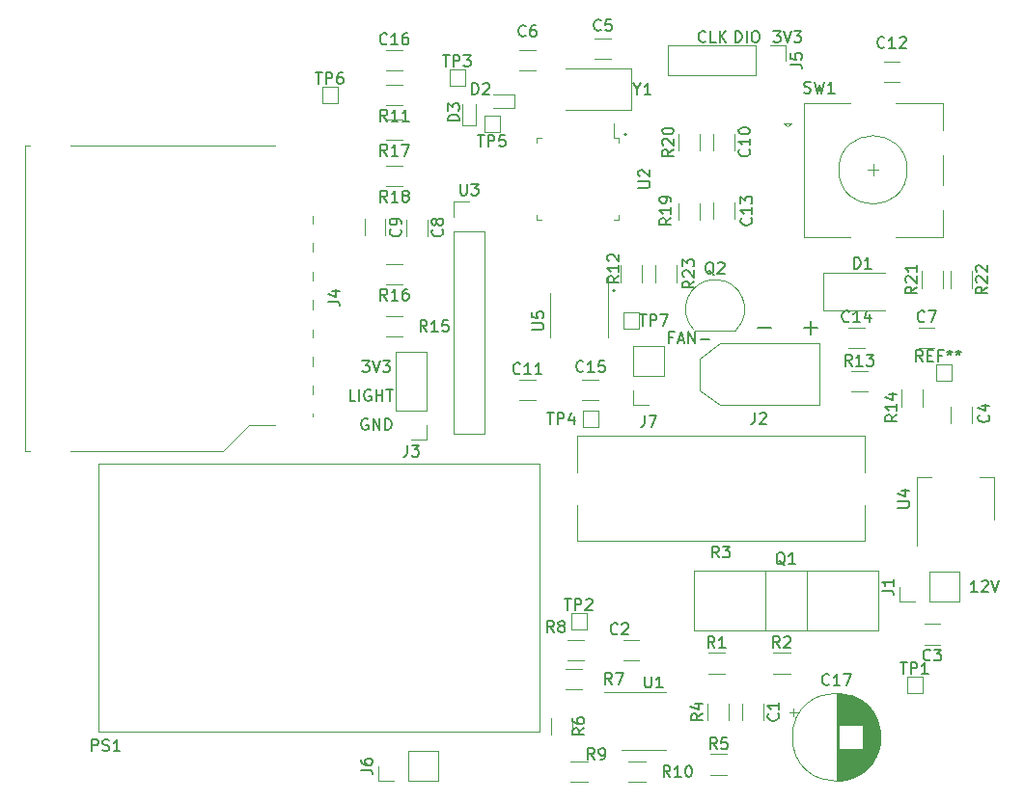
<source format=gbr>
%TF.GenerationSoftware,KiCad,Pcbnew,(5.1.10)-1*%
%TF.CreationDate,2021-08-06T22:34:04+03:00*%
%TF.ProjectId,electronic_load,656c6563-7472-46f6-9e69-635f6c6f6164,rev?*%
%TF.SameCoordinates,Original*%
%TF.FileFunction,Legend,Top*%
%TF.FilePolarity,Positive*%
%FSLAX46Y46*%
G04 Gerber Fmt 4.6, Leading zero omitted, Abs format (unit mm)*
G04 Created by KiCad (PCBNEW (5.1.10)-1) date 2021-08-06 22:34:04*
%MOMM*%
%LPD*%
G01*
G04 APERTURE LIST*
%ADD10C,0.150000*%
%ADD11C,0.120000*%
G04 APERTURE END LIST*
D10*
X120396000Y-104497142D02*
X120443619Y-104544761D01*
X120396000Y-104592380D01*
X120348380Y-104544761D01*
X120396000Y-104497142D01*
X120396000Y-104592380D01*
X121412000Y-90781142D02*
X121459619Y-90828761D01*
X121412000Y-90876380D01*
X121364380Y-90828761D01*
X121412000Y-90781142D01*
X121412000Y-90876380D01*
X97726666Y-114244380D02*
X97250476Y-114244380D01*
X97250476Y-113244380D01*
X98060000Y-114244380D02*
X98060000Y-113244380D01*
X99060000Y-113292000D02*
X98964761Y-113244380D01*
X98821904Y-113244380D01*
X98679047Y-113292000D01*
X98583809Y-113387238D01*
X98536190Y-113482476D01*
X98488571Y-113672952D01*
X98488571Y-113815809D01*
X98536190Y-114006285D01*
X98583809Y-114101523D01*
X98679047Y-114196761D01*
X98821904Y-114244380D01*
X98917142Y-114244380D01*
X99060000Y-114196761D01*
X99107619Y-114149142D01*
X99107619Y-113815809D01*
X98917142Y-113815809D01*
X99536190Y-114244380D02*
X99536190Y-113244380D01*
X99536190Y-113720571D02*
X100107619Y-113720571D01*
X100107619Y-114244380D02*
X100107619Y-113244380D01*
X100440952Y-113244380D02*
X101012380Y-113244380D01*
X100726666Y-114244380D02*
X100726666Y-113244380D01*
X125571428Y-108640571D02*
X125238095Y-108640571D01*
X125238095Y-109164380D02*
X125238095Y-108164380D01*
X125714285Y-108164380D01*
X126047619Y-108878666D02*
X126523809Y-108878666D01*
X125952380Y-109164380D02*
X126285714Y-108164380D01*
X126619047Y-109164380D01*
X126952380Y-109164380D02*
X126952380Y-108164380D01*
X127523809Y-109164380D01*
X127523809Y-108164380D01*
X128000000Y-108783428D02*
X128761904Y-108783428D01*
X152288952Y-131008380D02*
X151717523Y-131008380D01*
X152003238Y-131008380D02*
X152003238Y-130008380D01*
X151908000Y-130151238D01*
X151812761Y-130246476D01*
X151717523Y-130294095D01*
X152669904Y-130103619D02*
X152717523Y-130056000D01*
X152812761Y-130008380D01*
X153050857Y-130008380D01*
X153146095Y-130056000D01*
X153193714Y-130103619D01*
X153241333Y-130198857D01*
X153241333Y-130294095D01*
X153193714Y-130436952D01*
X152622285Y-131008380D01*
X153241333Y-131008380D01*
X153527047Y-130008380D02*
X153860380Y-131008380D01*
X154193714Y-130008380D01*
X98806095Y-115832000D02*
X98710857Y-115784380D01*
X98568000Y-115784380D01*
X98425142Y-115832000D01*
X98329904Y-115927238D01*
X98282285Y-116022476D01*
X98234666Y-116212952D01*
X98234666Y-116355809D01*
X98282285Y-116546285D01*
X98329904Y-116641523D01*
X98425142Y-116736761D01*
X98568000Y-116784380D01*
X98663238Y-116784380D01*
X98806095Y-116736761D01*
X98853714Y-116689142D01*
X98853714Y-116355809D01*
X98663238Y-116355809D01*
X99282285Y-116784380D02*
X99282285Y-115784380D01*
X99853714Y-116784380D01*
X99853714Y-115784380D01*
X100329904Y-116784380D02*
X100329904Y-115784380D01*
X100568000Y-115784380D01*
X100710857Y-115832000D01*
X100806095Y-115927238D01*
X100853714Y-116022476D01*
X100901333Y-116212952D01*
X100901333Y-116355809D01*
X100853714Y-116546285D01*
X100806095Y-116641523D01*
X100710857Y-116736761D01*
X100568000Y-116784380D01*
X100329904Y-116784380D01*
X98329904Y-110704380D02*
X98948952Y-110704380D01*
X98615619Y-111085333D01*
X98758476Y-111085333D01*
X98853714Y-111132952D01*
X98901333Y-111180571D01*
X98948952Y-111275809D01*
X98948952Y-111513904D01*
X98901333Y-111609142D01*
X98853714Y-111656761D01*
X98758476Y-111704380D01*
X98472761Y-111704380D01*
X98377523Y-111656761D01*
X98329904Y-111609142D01*
X99234666Y-110704380D02*
X99568000Y-111704380D01*
X99901333Y-110704380D01*
X100139428Y-110704380D02*
X100758476Y-110704380D01*
X100425142Y-111085333D01*
X100568000Y-111085333D01*
X100663238Y-111132952D01*
X100710857Y-111180571D01*
X100758476Y-111275809D01*
X100758476Y-111513904D01*
X100710857Y-111609142D01*
X100663238Y-111656761D01*
X100568000Y-111704380D01*
X100282285Y-111704380D01*
X100187047Y-111656761D01*
X100139428Y-111609142D01*
X134397904Y-81748380D02*
X135016952Y-81748380D01*
X134683619Y-82129333D01*
X134826476Y-82129333D01*
X134921714Y-82176952D01*
X134969333Y-82224571D01*
X135016952Y-82319809D01*
X135016952Y-82557904D01*
X134969333Y-82653142D01*
X134921714Y-82700761D01*
X134826476Y-82748380D01*
X134540761Y-82748380D01*
X134445523Y-82700761D01*
X134397904Y-82653142D01*
X135302666Y-81748380D02*
X135636000Y-82748380D01*
X135969333Y-81748380D01*
X136207428Y-81748380D02*
X136826476Y-81748380D01*
X136493142Y-82129333D01*
X136636000Y-82129333D01*
X136731238Y-82176952D01*
X136778857Y-82224571D01*
X136826476Y-82319809D01*
X136826476Y-82557904D01*
X136778857Y-82653142D01*
X136731238Y-82700761D01*
X136636000Y-82748380D01*
X136350285Y-82748380D01*
X136255047Y-82700761D01*
X136207428Y-82653142D01*
X131056190Y-82748380D02*
X131056190Y-81748380D01*
X131294285Y-81748380D01*
X131437142Y-81796000D01*
X131532380Y-81891238D01*
X131580000Y-81986476D01*
X131627619Y-82176952D01*
X131627619Y-82319809D01*
X131580000Y-82510285D01*
X131532380Y-82605523D01*
X131437142Y-82700761D01*
X131294285Y-82748380D01*
X131056190Y-82748380D01*
X132056190Y-82748380D02*
X132056190Y-81748380D01*
X132722857Y-81748380D02*
X132913333Y-81748380D01*
X133008571Y-81796000D01*
X133103809Y-81891238D01*
X133151428Y-82081714D01*
X133151428Y-82415047D01*
X133103809Y-82605523D01*
X133008571Y-82700761D01*
X132913333Y-82748380D01*
X132722857Y-82748380D01*
X132627619Y-82700761D01*
X132532380Y-82605523D01*
X132484761Y-82415047D01*
X132484761Y-82081714D01*
X132532380Y-81891238D01*
X132627619Y-81796000D01*
X132722857Y-81748380D01*
X128436761Y-82653142D02*
X128389142Y-82700761D01*
X128246285Y-82748380D01*
X128151047Y-82748380D01*
X128008190Y-82700761D01*
X127912952Y-82605523D01*
X127865333Y-82510285D01*
X127817714Y-82319809D01*
X127817714Y-82176952D01*
X127865333Y-81986476D01*
X127912952Y-81891238D01*
X128008190Y-81796000D01*
X128151047Y-81748380D01*
X128246285Y-81748380D01*
X128389142Y-81796000D01*
X128436761Y-81843619D01*
X129341523Y-82748380D02*
X128865333Y-82748380D01*
X128865333Y-81748380D01*
X129674857Y-82748380D02*
X129674857Y-81748380D01*
X130246285Y-82748380D02*
X129817714Y-82176952D01*
X130246285Y-81748380D02*
X129674857Y-82319809D01*
D11*
%TO.C,PS1*%
X75184000Y-143256000D02*
X113919000Y-143256000D01*
X113919000Y-143256000D02*
X113919000Y-119761000D01*
X75184000Y-119761000D02*
X113919000Y-119761000D01*
X75184000Y-143256000D02*
X75184000Y-119761000D01*
%TO.C,R8*%
X116301436Y-135234000D02*
X117755564Y-135234000D01*
X116301436Y-137054000D02*
X117755564Y-137054000D01*
%TO.C,C17*%
X143804000Y-143764000D02*
G75*
G03*
X143804000Y-143764000I-3870000J0D01*
G01*
X139934000Y-139934000D02*
X139934000Y-147594000D01*
X139974000Y-139934000D02*
X139974000Y-147594000D01*
X140014000Y-139934000D02*
X140014000Y-147594000D01*
X140054000Y-139935000D02*
X140054000Y-147593000D01*
X140094000Y-139937000D02*
X140094000Y-147591000D01*
X140134000Y-139939000D02*
X140134000Y-147589000D01*
X140174000Y-139941000D02*
X140174000Y-142724000D01*
X140174000Y-144804000D02*
X140174000Y-147587000D01*
X140214000Y-139944000D02*
X140214000Y-142724000D01*
X140214000Y-144804000D02*
X140214000Y-147584000D01*
X140254000Y-139947000D02*
X140254000Y-142724000D01*
X140254000Y-144804000D02*
X140254000Y-147581000D01*
X140294000Y-139950000D02*
X140294000Y-142724000D01*
X140294000Y-144804000D02*
X140294000Y-147578000D01*
X140334000Y-139954000D02*
X140334000Y-142724000D01*
X140334000Y-144804000D02*
X140334000Y-147574000D01*
X140374000Y-139959000D02*
X140374000Y-142724000D01*
X140374000Y-144804000D02*
X140374000Y-147569000D01*
X140414000Y-139963000D02*
X140414000Y-142724000D01*
X140414000Y-144804000D02*
X140414000Y-147565000D01*
X140454000Y-139969000D02*
X140454000Y-142724000D01*
X140454000Y-144804000D02*
X140454000Y-147559000D01*
X140494000Y-139974000D02*
X140494000Y-142724000D01*
X140494000Y-144804000D02*
X140494000Y-147554000D01*
X140534000Y-139980000D02*
X140534000Y-142724000D01*
X140534000Y-144804000D02*
X140534000Y-147548000D01*
X140574000Y-139987000D02*
X140574000Y-142724000D01*
X140574000Y-144804000D02*
X140574000Y-147541000D01*
X140614000Y-139994000D02*
X140614000Y-142724000D01*
X140614000Y-144804000D02*
X140614000Y-147534000D01*
X140655000Y-140001000D02*
X140655000Y-142724000D01*
X140655000Y-144804000D02*
X140655000Y-147527000D01*
X140695000Y-140009000D02*
X140695000Y-142724000D01*
X140695000Y-144804000D02*
X140695000Y-147519000D01*
X140735000Y-140017000D02*
X140735000Y-142724000D01*
X140735000Y-144804000D02*
X140735000Y-147511000D01*
X140775000Y-140026000D02*
X140775000Y-142724000D01*
X140775000Y-144804000D02*
X140775000Y-147502000D01*
X140815000Y-140035000D02*
X140815000Y-142724000D01*
X140815000Y-144804000D02*
X140815000Y-147493000D01*
X140855000Y-140044000D02*
X140855000Y-142724000D01*
X140855000Y-144804000D02*
X140855000Y-147484000D01*
X140895000Y-140054000D02*
X140895000Y-142724000D01*
X140895000Y-144804000D02*
X140895000Y-147474000D01*
X140935000Y-140065000D02*
X140935000Y-142724000D01*
X140935000Y-144804000D02*
X140935000Y-147463000D01*
X140975000Y-140076000D02*
X140975000Y-142724000D01*
X140975000Y-144804000D02*
X140975000Y-147452000D01*
X141015000Y-140087000D02*
X141015000Y-142724000D01*
X141015000Y-144804000D02*
X141015000Y-147441000D01*
X141055000Y-140099000D02*
X141055000Y-142724000D01*
X141055000Y-144804000D02*
X141055000Y-147429000D01*
X141095000Y-140111000D02*
X141095000Y-142724000D01*
X141095000Y-144804000D02*
X141095000Y-147417000D01*
X141135000Y-140124000D02*
X141135000Y-142724000D01*
X141135000Y-144804000D02*
X141135000Y-147404000D01*
X141175000Y-140138000D02*
X141175000Y-142724000D01*
X141175000Y-144804000D02*
X141175000Y-147390000D01*
X141215000Y-140151000D02*
X141215000Y-142724000D01*
X141215000Y-144804000D02*
X141215000Y-147377000D01*
X141255000Y-140166000D02*
X141255000Y-142724000D01*
X141255000Y-144804000D02*
X141255000Y-147362000D01*
X141295000Y-140180000D02*
X141295000Y-142724000D01*
X141295000Y-144804000D02*
X141295000Y-147348000D01*
X141335000Y-140196000D02*
X141335000Y-142724000D01*
X141335000Y-144804000D02*
X141335000Y-147332000D01*
X141375000Y-140211000D02*
X141375000Y-142724000D01*
X141375000Y-144804000D02*
X141375000Y-147317000D01*
X141415000Y-140228000D02*
X141415000Y-142724000D01*
X141415000Y-144804000D02*
X141415000Y-147300000D01*
X141455000Y-140244000D02*
X141455000Y-142724000D01*
X141455000Y-144804000D02*
X141455000Y-147284000D01*
X141495000Y-140262000D02*
X141495000Y-142724000D01*
X141495000Y-144804000D02*
X141495000Y-147266000D01*
X141535000Y-140280000D02*
X141535000Y-142724000D01*
X141535000Y-144804000D02*
X141535000Y-147248000D01*
X141575000Y-140298000D02*
X141575000Y-142724000D01*
X141575000Y-144804000D02*
X141575000Y-147230000D01*
X141615000Y-140317000D02*
X141615000Y-142724000D01*
X141615000Y-144804000D02*
X141615000Y-147211000D01*
X141655000Y-140337000D02*
X141655000Y-142724000D01*
X141655000Y-144804000D02*
X141655000Y-147191000D01*
X141695000Y-140357000D02*
X141695000Y-142724000D01*
X141695000Y-144804000D02*
X141695000Y-147171000D01*
X141735000Y-140378000D02*
X141735000Y-142724000D01*
X141735000Y-144804000D02*
X141735000Y-147150000D01*
X141775000Y-140399000D02*
X141775000Y-142724000D01*
X141775000Y-144804000D02*
X141775000Y-147129000D01*
X141815000Y-140421000D02*
X141815000Y-142724000D01*
X141815000Y-144804000D02*
X141815000Y-147107000D01*
X141855000Y-140443000D02*
X141855000Y-142724000D01*
X141855000Y-144804000D02*
X141855000Y-147085000D01*
X141895000Y-140467000D02*
X141895000Y-142724000D01*
X141895000Y-144804000D02*
X141895000Y-147061000D01*
X141935000Y-140490000D02*
X141935000Y-142724000D01*
X141935000Y-144804000D02*
X141935000Y-147038000D01*
X141975000Y-140515000D02*
X141975000Y-142724000D01*
X141975000Y-144804000D02*
X141975000Y-147013000D01*
X142015000Y-140540000D02*
X142015000Y-142724000D01*
X142015000Y-144804000D02*
X142015000Y-146988000D01*
X142055000Y-140566000D02*
X142055000Y-142724000D01*
X142055000Y-144804000D02*
X142055000Y-146962000D01*
X142095000Y-140592000D02*
X142095000Y-142724000D01*
X142095000Y-144804000D02*
X142095000Y-146936000D01*
X142135000Y-140620000D02*
X142135000Y-142724000D01*
X142135000Y-144804000D02*
X142135000Y-146908000D01*
X142175000Y-140648000D02*
X142175000Y-142724000D01*
X142175000Y-144804000D02*
X142175000Y-146880000D01*
X142215000Y-140676000D02*
X142215000Y-142724000D01*
X142215000Y-144804000D02*
X142215000Y-146852000D01*
X142255000Y-140706000D02*
X142255000Y-146822000D01*
X142295000Y-140736000D02*
X142295000Y-146792000D01*
X142335000Y-140768000D02*
X142335000Y-146760000D01*
X142375000Y-140800000D02*
X142375000Y-146728000D01*
X142415000Y-140833000D02*
X142415000Y-146695000D01*
X142455000Y-140866000D02*
X142455000Y-146662000D01*
X142495000Y-140901000D02*
X142495000Y-146627000D01*
X142535000Y-140937000D02*
X142535000Y-146591000D01*
X142575000Y-140974000D02*
X142575000Y-146554000D01*
X142615000Y-141012000D02*
X142615000Y-146516000D01*
X142655000Y-141051000D02*
X142655000Y-146477000D01*
X142695000Y-141091000D02*
X142695000Y-146437000D01*
X142735000Y-141132000D02*
X142735000Y-146396000D01*
X142775000Y-141175000D02*
X142775000Y-146353000D01*
X142815000Y-141218000D02*
X142815000Y-146310000D01*
X142855000Y-141264000D02*
X142855000Y-146264000D01*
X142895000Y-141310000D02*
X142895000Y-146218000D01*
X142935000Y-141359000D02*
X142935000Y-146169000D01*
X142975000Y-141409000D02*
X142975000Y-146119000D01*
X143015000Y-141460000D02*
X143015000Y-146068000D01*
X143055000Y-141514000D02*
X143055000Y-146014000D01*
X143095000Y-141569000D02*
X143095000Y-145959000D01*
X143135000Y-141627000D02*
X143135000Y-145901000D01*
X143175000Y-141687000D02*
X143175000Y-145841000D01*
X143215000Y-141750000D02*
X143215000Y-145778000D01*
X143255000Y-141815000D02*
X143255000Y-145713000D01*
X143295000Y-141883000D02*
X143295000Y-145645000D01*
X143335000Y-141955000D02*
X143335000Y-145573000D01*
X143375000Y-142031000D02*
X143375000Y-145497000D01*
X143415000Y-142110000D02*
X143415000Y-145418000D01*
X143455000Y-142195000D02*
X143455000Y-145333000D01*
X143495000Y-142286000D02*
X143495000Y-145242000D01*
X143535000Y-142383000D02*
X143535000Y-145145000D01*
X143575000Y-142489000D02*
X143575000Y-145039000D01*
X143615000Y-142606000D02*
X143615000Y-144922000D01*
X143655000Y-142736000D02*
X143655000Y-144792000D01*
X143695000Y-142887000D02*
X143695000Y-144641000D01*
X143735000Y-143071000D02*
X143735000Y-144457000D01*
X143775000Y-143323000D02*
X143775000Y-144205000D01*
X135791789Y-141589000D02*
X136541789Y-141589000D01*
X136166789Y-141214000D02*
X136166789Y-141964000D01*
%TO.C,J7*%
X124774000Y-112014000D02*
X122114000Y-112014000D01*
X124774000Y-112014000D02*
X124774000Y-109414000D01*
X124774000Y-109414000D02*
X122114000Y-109414000D01*
X122114000Y-112014000D02*
X122114000Y-109414000D01*
X122114000Y-114614000D02*
X122114000Y-113284000D01*
X123444000Y-114614000D02*
X122114000Y-114614000D01*
%TO.C,D3*%
X107096000Y-90050000D02*
X108296000Y-90050000D01*
X107096000Y-88200000D02*
X107096000Y-90050000D01*
X108296000Y-88200000D02*
X108296000Y-90050000D01*
%TO.C,D2*%
X111702000Y-88484000D02*
X111702000Y-87284000D01*
X109852000Y-88484000D02*
X111702000Y-88484000D01*
X109852000Y-87284000D02*
X111702000Y-87284000D01*
%TO.C,TP7*%
X121220000Y-107888000D02*
X121220000Y-106488000D01*
X122620000Y-107888000D02*
X121220000Y-107888000D01*
X122620000Y-106488000D02*
X122620000Y-107888000D01*
X121220000Y-106488000D02*
X122620000Y-106488000D01*
%TO.C,TP6*%
X94804000Y-88076000D02*
X94804000Y-86676000D01*
X96204000Y-88076000D02*
X94804000Y-88076000D01*
X96204000Y-86676000D02*
X96204000Y-88076000D01*
X94804000Y-86676000D02*
X96204000Y-86676000D01*
%TO.C,TP5*%
X109028000Y-90616000D02*
X109028000Y-89216000D01*
X110428000Y-90616000D02*
X109028000Y-90616000D01*
X110428000Y-89216000D02*
X110428000Y-90616000D01*
X109028000Y-89216000D02*
X110428000Y-89216000D01*
%TO.C,TP4*%
X117664000Y-116524000D02*
X117664000Y-115124000D01*
X119064000Y-116524000D02*
X117664000Y-116524000D01*
X119064000Y-115124000D02*
X119064000Y-116524000D01*
X117664000Y-115124000D02*
X119064000Y-115124000D01*
%TO.C,TP3*%
X105980000Y-86552000D02*
X105980000Y-85152000D01*
X107380000Y-86552000D02*
X105980000Y-86552000D01*
X107380000Y-85152000D02*
X107380000Y-86552000D01*
X105980000Y-85152000D02*
X107380000Y-85152000D01*
%TO.C,TP2*%
X116648000Y-134304000D02*
X116648000Y-132904000D01*
X118048000Y-134304000D02*
X116648000Y-134304000D01*
X118048000Y-132904000D02*
X118048000Y-134304000D01*
X116648000Y-132904000D02*
X118048000Y-132904000D01*
%TO.C,TP1*%
X146112000Y-139892000D02*
X146112000Y-138492000D01*
X147512000Y-139892000D02*
X146112000Y-139892000D01*
X147512000Y-138492000D02*
X147512000Y-139892000D01*
X146112000Y-138492000D02*
X147512000Y-138492000D01*
%TO.C,Q2*%
X127486000Y-108022000D02*
X131086000Y-108022000D01*
X131124478Y-108010478D02*
G75*
G03*
X129286000Y-103572000I-1838478J1838478D01*
G01*
X127447522Y-108010478D02*
G75*
G02*
X129286000Y-103572000I1838478J1838478D01*
G01*
%TO.C,R23*%
X125878000Y-103789564D02*
X125878000Y-102335436D01*
X124058000Y-103789564D02*
X124058000Y-102335436D01*
%TO.C,R12*%
X122830000Y-103789564D02*
X122830000Y-102335436D01*
X121010000Y-103789564D02*
X121010000Y-102335436D01*
%TO.C,J6*%
X99762000Y-147634000D02*
X99762000Y-146304000D01*
X101092000Y-147634000D02*
X99762000Y-147634000D01*
X102362000Y-147634000D02*
X102362000Y-144974000D01*
X102362000Y-144974000D02*
X104962000Y-144974000D01*
X102362000Y-147634000D02*
X104962000Y-147634000D01*
X104962000Y-147634000D02*
X104962000Y-144974000D01*
%TO.C,C3*%
X149047252Y-135657000D02*
X147624748Y-135657000D01*
X149047252Y-133837000D02*
X147624748Y-133837000D01*
%TO.C,J4*%
X68751000Y-118626000D02*
X69171000Y-118626000D01*
X68751000Y-91786000D02*
X68751000Y-118626000D01*
X69171000Y-91786000D02*
X68751000Y-91786000D01*
X90671000Y-91786000D02*
X72771000Y-91786000D01*
X86071000Y-118626000D02*
X72771000Y-118626000D01*
X88371000Y-116326000D02*
X86071000Y-118626000D01*
X90671000Y-116326000D02*
X88371000Y-116326000D01*
X93991000Y-97956000D02*
X93991000Y-98656000D01*
X93991000Y-100356000D02*
X93991000Y-101156000D01*
X93991000Y-102856000D02*
X93991000Y-103656000D01*
X93991000Y-115356000D02*
X93991000Y-115556000D01*
X93991000Y-105356000D02*
X93991000Y-106156000D01*
X93991000Y-107956000D02*
X93991000Y-108656000D01*
X93991000Y-110356000D02*
X93991000Y-111156000D01*
X93991000Y-112856000D02*
X93991000Y-113656000D01*
%TO.C,C5*%
X120140252Y-84222000D02*
X118717748Y-84222000D01*
X120140252Y-82402000D02*
X118717748Y-82402000D01*
%TO.C,REF\u002A\u002A*%
X148652000Y-111060000D02*
X150052000Y-111060000D01*
X150052000Y-111060000D02*
X150052000Y-112460000D01*
X150052000Y-112460000D02*
X148652000Y-112460000D01*
X148652000Y-112460000D02*
X148652000Y-111060000D01*
%TO.C,U3*%
X106366000Y-117154000D02*
X109026000Y-117154000D01*
X106366000Y-99314000D02*
X106366000Y-117154000D01*
X109026000Y-99314000D02*
X109026000Y-117154000D01*
X106366000Y-99314000D02*
X109026000Y-99314000D01*
X106366000Y-98044000D02*
X106366000Y-96714000D01*
X106366000Y-96714000D02*
X107696000Y-96714000D01*
%TO.C,D1*%
X138808000Y-102998000D02*
X138808000Y-106298000D01*
X138808000Y-106298000D02*
X144208000Y-106298000D01*
X138808000Y-102998000D02*
X144208000Y-102998000D01*
%TO.C,J2*%
X129673000Y-109177000D02*
X138393000Y-109177000D01*
X138393000Y-109177000D02*
X138393000Y-114597000D01*
X129673000Y-114597000D02*
X138393000Y-114597000D01*
X127973000Y-110477000D02*
X129673000Y-109177000D01*
X127973000Y-113297000D02*
X129673000Y-114597000D01*
X127973000Y-110477000D02*
X127973000Y-113297000D01*
%TO.C,Y1*%
X116172000Y-88668000D02*
X121922000Y-88668000D01*
X121922000Y-88668000D02*
X121922000Y-85068000D01*
X121922000Y-85068000D02*
X116172000Y-85068000D01*
%TO.C,U5*%
X114788000Y-106680000D02*
X114788000Y-108630000D01*
X114788000Y-106680000D02*
X114788000Y-104730000D01*
X119908000Y-106680000D02*
X119908000Y-108630000D01*
X119908000Y-106680000D02*
X119908000Y-103230000D01*
%TO.C,U4*%
X153778000Y-120924000D02*
X152518000Y-120924000D01*
X146958000Y-120924000D02*
X148218000Y-120924000D01*
X153778000Y-124684000D02*
X153778000Y-120924000D01*
X146958000Y-126934000D02*
X146958000Y-120924000D01*
%TO.C,U2*%
X113639500Y-97898000D02*
X113639500Y-98348000D01*
X113639500Y-98348000D02*
X114089500Y-98348000D01*
X113639500Y-91578000D02*
X113639500Y-91128000D01*
X113639500Y-91128000D02*
X114089500Y-91128000D01*
X120859500Y-97898000D02*
X120859500Y-98348000D01*
X120859500Y-98348000D02*
X120409500Y-98348000D01*
X120859500Y-91578000D02*
X120859500Y-91128000D01*
X120859500Y-91128000D02*
X120409500Y-91128000D01*
X120409500Y-91128000D02*
X120409500Y-89838000D01*
%TO.C,U1*%
X123001000Y-144927000D02*
X124951000Y-144927000D01*
X123001000Y-144927000D02*
X121051000Y-144927000D01*
X123001000Y-139807000D02*
X124951000Y-139807000D01*
X123001000Y-139807000D02*
X119551000Y-139807000D01*
%TO.C,SW1*%
X142636000Y-93940000D02*
X143636000Y-93940000D01*
X143136000Y-93440000D02*
X143136000Y-94440000D01*
X149236000Y-97440000D02*
X149236000Y-99840000D01*
X149236000Y-92640000D02*
X149236000Y-95240000D01*
X149236000Y-88040000D02*
X149236000Y-90440000D01*
X135936000Y-89840000D02*
X135636000Y-90140000D01*
X135336000Y-89840000D02*
X135936000Y-89840000D01*
X135636000Y-90140000D02*
X135336000Y-89840000D01*
X137036000Y-88040000D02*
X137036000Y-99840000D01*
X141136000Y-88040000D02*
X137036000Y-88040000D01*
X141136000Y-99840000D02*
X137036000Y-99840000D01*
X149236000Y-99840000D02*
X145136000Y-99840000D01*
X145136000Y-88040000D02*
X149236000Y-88040000D01*
X146136000Y-93940000D02*
G75*
G03*
X146136000Y-93940000I-3000000J0D01*
G01*
%TO.C,R22*%
X151786000Y-102843436D02*
X151786000Y-104297564D01*
X149966000Y-102843436D02*
X149966000Y-104297564D01*
%TO.C,R21*%
X147426000Y-104297564D02*
X147426000Y-102843436D01*
X149246000Y-104297564D02*
X149246000Y-102843436D01*
%TO.C,R20*%
X126090000Y-92228564D02*
X126090000Y-90774436D01*
X127910000Y-92228564D02*
X127910000Y-90774436D01*
%TO.C,R19*%
X127910000Y-96870436D02*
X127910000Y-98324564D01*
X126090000Y-96870436D02*
X126090000Y-98324564D01*
%TO.C,R18*%
X101880564Y-95398000D02*
X100426436Y-95398000D01*
X101880564Y-93578000D02*
X100426436Y-93578000D01*
%TO.C,R17*%
X101880564Y-91334000D02*
X100426436Y-91334000D01*
X101880564Y-89514000D02*
X100426436Y-89514000D01*
%TO.C,R16*%
X101880564Y-104034000D02*
X100426436Y-104034000D01*
X101880564Y-102214000D02*
X100426436Y-102214000D01*
%TO.C,R15*%
X101880564Y-108606000D02*
X100426436Y-108606000D01*
X101880564Y-106786000D02*
X100426436Y-106786000D01*
%TO.C,R14*%
X147468000Y-113257436D02*
X147468000Y-114711564D01*
X145648000Y-113257436D02*
X145648000Y-114711564D01*
%TO.C,R13*%
X141193436Y-111612000D02*
X142647564Y-111612000D01*
X141193436Y-113432000D02*
X142647564Y-113432000D01*
%TO.C,R11*%
X101880564Y-88286000D02*
X100426436Y-88286000D01*
X101880564Y-86466000D02*
X100426436Y-86466000D01*
%TO.C,R10*%
X121700936Y-145902000D02*
X123155064Y-145902000D01*
X121700936Y-147722000D02*
X123155064Y-147722000D01*
%TO.C,R9*%
X116620936Y-145902000D02*
X118075064Y-145902000D01*
X116620936Y-147722000D02*
X118075064Y-147722000D01*
%TO.C,R7*%
X116174436Y-137774000D02*
X117628564Y-137774000D01*
X116174436Y-139594000D02*
X117628564Y-139594000D01*
%TO.C,R6*%
X114914000Y-143536564D02*
X114914000Y-142082436D01*
X116734000Y-143536564D02*
X116734000Y-142082436D01*
%TO.C,R5*%
X128878436Y-145267000D02*
X130332564Y-145267000D01*
X128878436Y-147087000D02*
X130332564Y-147087000D01*
%TO.C,R4*%
X128630000Y-142266564D02*
X128630000Y-140812436D01*
X130450000Y-142266564D02*
X130450000Y-140812436D01*
%TO.C,R3*%
X142414000Y-123360000D02*
X142414000Y-126540000D01*
X142414000Y-126540000D02*
X117174000Y-126540000D01*
X117174000Y-126540000D02*
X117174000Y-123360000D01*
X142414000Y-120480000D02*
X142414000Y-117300000D01*
X142414000Y-117300000D02*
X117174000Y-117300000D01*
X117174000Y-117300000D02*
X117174000Y-120480000D01*
%TO.C,R2*%
X134400936Y-136377000D02*
X135855064Y-136377000D01*
X134400936Y-138197000D02*
X135855064Y-138197000D01*
%TO.C,R1*%
X128685936Y-136377000D02*
X130140064Y-136377000D01*
X128685936Y-138197000D02*
X130140064Y-138197000D01*
%TO.C,Q1*%
X127428000Y-129121000D02*
X143568000Y-129121000D01*
X127428000Y-134392000D02*
X143568000Y-134392000D01*
X127428000Y-129121000D02*
X127428000Y-134392000D01*
X143568000Y-129121000D02*
X143568000Y-134392000D01*
X133694000Y-129121000D02*
X133694000Y-134392000D01*
X137303000Y-129121000D02*
X137303000Y-134392000D01*
%TO.C,J5*%
X125162000Y-82998000D02*
X125162000Y-85658000D01*
X132842000Y-82998000D02*
X125162000Y-82998000D01*
X132842000Y-85658000D02*
X125162000Y-85658000D01*
X132842000Y-82998000D02*
X132842000Y-85658000D01*
X134112000Y-82998000D02*
X135442000Y-82998000D01*
X135442000Y-82998000D02*
X135442000Y-84328000D01*
%TO.C,J3*%
X103946000Y-109922000D02*
X101286000Y-109922000D01*
X103946000Y-115062000D02*
X103946000Y-109922000D01*
X101286000Y-115062000D02*
X101286000Y-109922000D01*
X103946000Y-115062000D02*
X101286000Y-115062000D01*
X103946000Y-116332000D02*
X103946000Y-117662000D01*
X103946000Y-117662000D02*
X102616000Y-117662000D01*
%TO.C,J1*%
X150682000Y-131886000D02*
X150682000Y-129226000D01*
X148082000Y-131886000D02*
X150682000Y-131886000D01*
X148082000Y-129226000D02*
X150682000Y-129226000D01*
X148082000Y-131886000D02*
X148082000Y-129226000D01*
X146812000Y-131886000D02*
X145482000Y-131886000D01*
X145482000Y-131886000D02*
X145482000Y-130556000D01*
%TO.C,C16*%
X100429748Y-83418000D02*
X101852252Y-83418000D01*
X100429748Y-85238000D02*
X101852252Y-85238000D01*
%TO.C,C15*%
X119026252Y-114194000D02*
X117603748Y-114194000D01*
X119026252Y-112374000D02*
X117603748Y-112374000D01*
%TO.C,C14*%
X140971748Y-107802000D02*
X142394252Y-107802000D01*
X140971748Y-109622000D02*
X142394252Y-109622000D01*
%TO.C,C13*%
X129138000Y-98247252D02*
X129138000Y-96824748D01*
X130958000Y-98247252D02*
X130958000Y-96824748D01*
%TO.C,C12*%
X145491252Y-86254000D02*
X144068748Y-86254000D01*
X145491252Y-84434000D02*
X144068748Y-84434000D01*
%TO.C,C11*%
X112113748Y-112374000D02*
X113536252Y-112374000D01*
X112113748Y-114194000D02*
X113536252Y-114194000D01*
%TO.C,C10*%
X130958000Y-90777748D02*
X130958000Y-92200252D01*
X129138000Y-90777748D02*
X129138000Y-92200252D01*
%TO.C,C9*%
X100351000Y-98270748D02*
X100351000Y-99693252D01*
X98531000Y-98270748D02*
X98531000Y-99693252D01*
%TO.C,C8*%
X104034000Y-98299748D02*
X104034000Y-99722252D01*
X102214000Y-98299748D02*
X102214000Y-99722252D01*
%TO.C,C7*%
X147116748Y-107802000D02*
X148539252Y-107802000D01*
X147116748Y-109622000D02*
X148539252Y-109622000D01*
%TO.C,C6*%
X113536252Y-85238000D02*
X112113748Y-85238000D01*
X113536252Y-83418000D02*
X112113748Y-83418000D01*
%TO.C,C4*%
X149966000Y-116203252D02*
X149966000Y-114780748D01*
X151786000Y-116203252D02*
X151786000Y-114780748D01*
%TO.C,C2*%
X121208748Y-135234000D02*
X122631252Y-135234000D01*
X121208748Y-137054000D02*
X122631252Y-137054000D01*
%TO.C,C1*%
X133498000Y-140815748D02*
X133498000Y-142238252D01*
X131678000Y-140815748D02*
X131678000Y-142238252D01*
%TO.C,PS1*%
D10*
X74604714Y-144978380D02*
X74604714Y-143978380D01*
X74985666Y-143978380D01*
X75080904Y-144026000D01*
X75128523Y-144073619D01*
X75176142Y-144168857D01*
X75176142Y-144311714D01*
X75128523Y-144406952D01*
X75080904Y-144454571D01*
X74985666Y-144502190D01*
X74604714Y-144502190D01*
X75557095Y-144930761D02*
X75699952Y-144978380D01*
X75938047Y-144978380D01*
X76033285Y-144930761D01*
X76080904Y-144883142D01*
X76128523Y-144787904D01*
X76128523Y-144692666D01*
X76080904Y-144597428D01*
X76033285Y-144549809D01*
X75938047Y-144502190D01*
X75747571Y-144454571D01*
X75652333Y-144406952D01*
X75604714Y-144359333D01*
X75557095Y-144264095D01*
X75557095Y-144168857D01*
X75604714Y-144073619D01*
X75652333Y-144026000D01*
X75747571Y-143978380D01*
X75985666Y-143978380D01*
X76128523Y-144026000D01*
X77080904Y-144978380D02*
X76509476Y-144978380D01*
X76795190Y-144978380D02*
X76795190Y-143978380D01*
X76699952Y-144121238D01*
X76604714Y-144216476D01*
X76509476Y-144264095D01*
%TO.C,R8*%
X115149333Y-134564380D02*
X114816000Y-134088190D01*
X114577904Y-134564380D02*
X114577904Y-133564380D01*
X114958857Y-133564380D01*
X115054095Y-133612000D01*
X115101714Y-133659619D01*
X115149333Y-133754857D01*
X115149333Y-133897714D01*
X115101714Y-133992952D01*
X115054095Y-134040571D01*
X114958857Y-134088190D01*
X114577904Y-134088190D01*
X115720761Y-133992952D02*
X115625523Y-133945333D01*
X115577904Y-133897714D01*
X115530285Y-133802476D01*
X115530285Y-133754857D01*
X115577904Y-133659619D01*
X115625523Y-133612000D01*
X115720761Y-133564380D01*
X115911238Y-133564380D01*
X116006476Y-133612000D01*
X116054095Y-133659619D01*
X116101714Y-133754857D01*
X116101714Y-133802476D01*
X116054095Y-133897714D01*
X116006476Y-133945333D01*
X115911238Y-133992952D01*
X115720761Y-133992952D01*
X115625523Y-134040571D01*
X115577904Y-134088190D01*
X115530285Y-134183428D01*
X115530285Y-134373904D01*
X115577904Y-134469142D01*
X115625523Y-134516761D01*
X115720761Y-134564380D01*
X115911238Y-134564380D01*
X116006476Y-134516761D01*
X116054095Y-134469142D01*
X116101714Y-134373904D01*
X116101714Y-134183428D01*
X116054095Y-134088190D01*
X116006476Y-134040571D01*
X115911238Y-133992952D01*
%TO.C,C17*%
X139291142Y-139121142D02*
X139243523Y-139168761D01*
X139100666Y-139216380D01*
X139005428Y-139216380D01*
X138862571Y-139168761D01*
X138767333Y-139073523D01*
X138719714Y-138978285D01*
X138672095Y-138787809D01*
X138672095Y-138644952D01*
X138719714Y-138454476D01*
X138767333Y-138359238D01*
X138862571Y-138264000D01*
X139005428Y-138216380D01*
X139100666Y-138216380D01*
X139243523Y-138264000D01*
X139291142Y-138311619D01*
X140243523Y-139216380D02*
X139672095Y-139216380D01*
X139957809Y-139216380D02*
X139957809Y-138216380D01*
X139862571Y-138359238D01*
X139767333Y-138454476D01*
X139672095Y-138502095D01*
X140576857Y-138216380D02*
X141243523Y-138216380D01*
X140814952Y-139216380D01*
%TO.C,J7*%
X123110666Y-115506380D02*
X123110666Y-116220666D01*
X123063047Y-116363523D01*
X122967809Y-116458761D01*
X122824952Y-116506380D01*
X122729714Y-116506380D01*
X123491619Y-115506380D02*
X124158285Y-115506380D01*
X123729714Y-116506380D01*
%TO.C,D3*%
X106848380Y-89638095D02*
X105848380Y-89638095D01*
X105848380Y-89400000D01*
X105896000Y-89257142D01*
X105991238Y-89161904D01*
X106086476Y-89114285D01*
X106276952Y-89066666D01*
X106419809Y-89066666D01*
X106610285Y-89114285D01*
X106705523Y-89161904D01*
X106800761Y-89257142D01*
X106848380Y-89400000D01*
X106848380Y-89638095D01*
X105848380Y-88733333D02*
X105848380Y-88114285D01*
X106229333Y-88447619D01*
X106229333Y-88304761D01*
X106276952Y-88209523D01*
X106324571Y-88161904D01*
X106419809Y-88114285D01*
X106657904Y-88114285D01*
X106753142Y-88161904D01*
X106800761Y-88209523D01*
X106848380Y-88304761D01*
X106848380Y-88590476D01*
X106800761Y-88685714D01*
X106753142Y-88733333D01*
%TO.C,D2*%
X107973904Y-87320380D02*
X107973904Y-86320380D01*
X108212000Y-86320380D01*
X108354857Y-86368000D01*
X108450095Y-86463238D01*
X108497714Y-86558476D01*
X108545333Y-86748952D01*
X108545333Y-86891809D01*
X108497714Y-87082285D01*
X108450095Y-87177523D01*
X108354857Y-87272761D01*
X108212000Y-87320380D01*
X107973904Y-87320380D01*
X108926285Y-86415619D02*
X108973904Y-86368000D01*
X109069142Y-86320380D01*
X109307238Y-86320380D01*
X109402476Y-86368000D01*
X109450095Y-86415619D01*
X109497714Y-86510857D01*
X109497714Y-86606095D01*
X109450095Y-86748952D01*
X108878666Y-87320380D01*
X109497714Y-87320380D01*
%TO.C,TP7*%
X122690095Y-106640380D02*
X123261523Y-106640380D01*
X122975809Y-107640380D02*
X122975809Y-106640380D01*
X123594857Y-107640380D02*
X123594857Y-106640380D01*
X123975809Y-106640380D01*
X124071047Y-106688000D01*
X124118666Y-106735619D01*
X124166285Y-106830857D01*
X124166285Y-106973714D01*
X124118666Y-107068952D01*
X124071047Y-107116571D01*
X123975809Y-107164190D01*
X123594857Y-107164190D01*
X124499619Y-106640380D02*
X125166285Y-106640380D01*
X124737714Y-107640380D01*
%TO.C,TP6*%
X94242095Y-85380380D02*
X94813523Y-85380380D01*
X94527809Y-86380380D02*
X94527809Y-85380380D01*
X95146857Y-86380380D02*
X95146857Y-85380380D01*
X95527809Y-85380380D01*
X95623047Y-85428000D01*
X95670666Y-85475619D01*
X95718285Y-85570857D01*
X95718285Y-85713714D01*
X95670666Y-85808952D01*
X95623047Y-85856571D01*
X95527809Y-85904190D01*
X95146857Y-85904190D01*
X96575428Y-85380380D02*
X96384952Y-85380380D01*
X96289714Y-85428000D01*
X96242095Y-85475619D01*
X96146857Y-85618476D01*
X96099238Y-85808952D01*
X96099238Y-86189904D01*
X96146857Y-86285142D01*
X96194476Y-86332761D01*
X96289714Y-86380380D01*
X96480190Y-86380380D01*
X96575428Y-86332761D01*
X96623047Y-86285142D01*
X96670666Y-86189904D01*
X96670666Y-85951809D01*
X96623047Y-85856571D01*
X96575428Y-85808952D01*
X96480190Y-85761333D01*
X96289714Y-85761333D01*
X96194476Y-85808952D01*
X96146857Y-85856571D01*
X96099238Y-85951809D01*
%TO.C,TP5*%
X108466095Y-90892380D02*
X109037523Y-90892380D01*
X108751809Y-91892380D02*
X108751809Y-90892380D01*
X109370857Y-91892380D02*
X109370857Y-90892380D01*
X109751809Y-90892380D01*
X109847047Y-90940000D01*
X109894666Y-90987619D01*
X109942285Y-91082857D01*
X109942285Y-91225714D01*
X109894666Y-91320952D01*
X109847047Y-91368571D01*
X109751809Y-91416190D01*
X109370857Y-91416190D01*
X110847047Y-90892380D02*
X110370857Y-90892380D01*
X110323238Y-91368571D01*
X110370857Y-91320952D01*
X110466095Y-91273333D01*
X110704190Y-91273333D01*
X110799428Y-91320952D01*
X110847047Y-91368571D01*
X110894666Y-91463809D01*
X110894666Y-91701904D01*
X110847047Y-91797142D01*
X110799428Y-91844761D01*
X110704190Y-91892380D01*
X110466095Y-91892380D01*
X110370857Y-91844761D01*
X110323238Y-91797142D01*
%TO.C,TP4*%
X114562095Y-115276380D02*
X115133523Y-115276380D01*
X114847809Y-116276380D02*
X114847809Y-115276380D01*
X115466857Y-116276380D02*
X115466857Y-115276380D01*
X115847809Y-115276380D01*
X115943047Y-115324000D01*
X115990666Y-115371619D01*
X116038285Y-115466857D01*
X116038285Y-115609714D01*
X115990666Y-115704952D01*
X115943047Y-115752571D01*
X115847809Y-115800190D01*
X115466857Y-115800190D01*
X116895428Y-115609714D02*
X116895428Y-116276380D01*
X116657333Y-115228761D02*
X116419238Y-115943047D01*
X117038285Y-115943047D01*
%TO.C,TP3*%
X105418095Y-83856380D02*
X105989523Y-83856380D01*
X105703809Y-84856380D02*
X105703809Y-83856380D01*
X106322857Y-84856380D02*
X106322857Y-83856380D01*
X106703809Y-83856380D01*
X106799047Y-83904000D01*
X106846666Y-83951619D01*
X106894285Y-84046857D01*
X106894285Y-84189714D01*
X106846666Y-84284952D01*
X106799047Y-84332571D01*
X106703809Y-84380190D01*
X106322857Y-84380190D01*
X107227619Y-83856380D02*
X107846666Y-83856380D01*
X107513333Y-84237333D01*
X107656190Y-84237333D01*
X107751428Y-84284952D01*
X107799047Y-84332571D01*
X107846666Y-84427809D01*
X107846666Y-84665904D01*
X107799047Y-84761142D01*
X107751428Y-84808761D01*
X107656190Y-84856380D01*
X107370476Y-84856380D01*
X107275238Y-84808761D01*
X107227619Y-84761142D01*
%TO.C,TP2*%
X116086095Y-131608380D02*
X116657523Y-131608380D01*
X116371809Y-132608380D02*
X116371809Y-131608380D01*
X116990857Y-132608380D02*
X116990857Y-131608380D01*
X117371809Y-131608380D01*
X117467047Y-131656000D01*
X117514666Y-131703619D01*
X117562285Y-131798857D01*
X117562285Y-131941714D01*
X117514666Y-132036952D01*
X117467047Y-132084571D01*
X117371809Y-132132190D01*
X116990857Y-132132190D01*
X117943238Y-131703619D02*
X117990857Y-131656000D01*
X118086095Y-131608380D01*
X118324190Y-131608380D01*
X118419428Y-131656000D01*
X118467047Y-131703619D01*
X118514666Y-131798857D01*
X118514666Y-131894095D01*
X118467047Y-132036952D01*
X117895619Y-132608380D01*
X118514666Y-132608380D01*
%TO.C,TP1*%
X145550095Y-137196380D02*
X146121523Y-137196380D01*
X145835809Y-138196380D02*
X145835809Y-137196380D01*
X146454857Y-138196380D02*
X146454857Y-137196380D01*
X146835809Y-137196380D01*
X146931047Y-137244000D01*
X146978666Y-137291619D01*
X147026285Y-137386857D01*
X147026285Y-137529714D01*
X146978666Y-137624952D01*
X146931047Y-137672571D01*
X146835809Y-137720190D01*
X146454857Y-137720190D01*
X147978666Y-138196380D02*
X147407238Y-138196380D01*
X147692952Y-138196380D02*
X147692952Y-137196380D01*
X147597714Y-137339238D01*
X147502476Y-137434476D01*
X147407238Y-137482095D01*
%TO.C,Q2*%
X129190761Y-103159619D02*
X129095523Y-103112000D01*
X129000285Y-103016761D01*
X128857428Y-102873904D01*
X128762190Y-102826285D01*
X128666952Y-102826285D01*
X128714571Y-103064380D02*
X128619333Y-103016761D01*
X128524095Y-102921523D01*
X128476476Y-102731047D01*
X128476476Y-102397714D01*
X128524095Y-102207238D01*
X128619333Y-102112000D01*
X128714571Y-102064380D01*
X128905047Y-102064380D01*
X129000285Y-102112000D01*
X129095523Y-102207238D01*
X129143142Y-102397714D01*
X129143142Y-102731047D01*
X129095523Y-102921523D01*
X129000285Y-103016761D01*
X128905047Y-103064380D01*
X128714571Y-103064380D01*
X129524095Y-102159619D02*
X129571714Y-102112000D01*
X129666952Y-102064380D01*
X129905047Y-102064380D01*
X130000285Y-102112000D01*
X130047904Y-102159619D01*
X130095523Y-102254857D01*
X130095523Y-102350095D01*
X130047904Y-102492952D01*
X129476476Y-103064380D01*
X130095523Y-103064380D01*
%TO.C,R23*%
X127452380Y-103705357D02*
X126976190Y-104038690D01*
X127452380Y-104276785D02*
X126452380Y-104276785D01*
X126452380Y-103895833D01*
X126500000Y-103800595D01*
X126547619Y-103752976D01*
X126642857Y-103705357D01*
X126785714Y-103705357D01*
X126880952Y-103752976D01*
X126928571Y-103800595D01*
X126976190Y-103895833D01*
X126976190Y-104276785D01*
X126547619Y-103324404D02*
X126500000Y-103276785D01*
X126452380Y-103181547D01*
X126452380Y-102943452D01*
X126500000Y-102848214D01*
X126547619Y-102800595D01*
X126642857Y-102752976D01*
X126738095Y-102752976D01*
X126880952Y-102800595D01*
X127452380Y-103372023D01*
X127452380Y-102752976D01*
X126452380Y-102419642D02*
X126452380Y-101800595D01*
X126833333Y-102133928D01*
X126833333Y-101991071D01*
X126880952Y-101895833D01*
X126928571Y-101848214D01*
X127023809Y-101800595D01*
X127261904Y-101800595D01*
X127357142Y-101848214D01*
X127404761Y-101895833D01*
X127452380Y-101991071D01*
X127452380Y-102276785D01*
X127404761Y-102372023D01*
X127357142Y-102419642D01*
%TO.C,R12*%
X120848380Y-103258857D02*
X120372190Y-103592190D01*
X120848380Y-103830285D02*
X119848380Y-103830285D01*
X119848380Y-103449333D01*
X119896000Y-103354095D01*
X119943619Y-103306476D01*
X120038857Y-103258857D01*
X120181714Y-103258857D01*
X120276952Y-103306476D01*
X120324571Y-103354095D01*
X120372190Y-103449333D01*
X120372190Y-103830285D01*
X120848380Y-102306476D02*
X120848380Y-102877904D01*
X120848380Y-102592190D02*
X119848380Y-102592190D01*
X119991238Y-102687428D01*
X120086476Y-102782666D01*
X120134095Y-102877904D01*
X119943619Y-101925523D02*
X119896000Y-101877904D01*
X119848380Y-101782666D01*
X119848380Y-101544571D01*
X119896000Y-101449333D01*
X119943619Y-101401714D01*
X120038857Y-101354095D01*
X120134095Y-101354095D01*
X120276952Y-101401714D01*
X120848380Y-101973142D01*
X120848380Y-101354095D01*
%TO.C,J6*%
X98214380Y-146637333D02*
X98928666Y-146637333D01*
X99071523Y-146684952D01*
X99166761Y-146780190D01*
X99214380Y-146923047D01*
X99214380Y-147018285D01*
X98214380Y-145732571D02*
X98214380Y-145923047D01*
X98262000Y-146018285D01*
X98309619Y-146065904D01*
X98452476Y-146161142D01*
X98642952Y-146208761D01*
X99023904Y-146208761D01*
X99119142Y-146161142D01*
X99166761Y-146113523D01*
X99214380Y-146018285D01*
X99214380Y-145827809D01*
X99166761Y-145732571D01*
X99119142Y-145684952D01*
X99023904Y-145637333D01*
X98785809Y-145637333D01*
X98690571Y-145684952D01*
X98642952Y-145732571D01*
X98595333Y-145827809D01*
X98595333Y-146018285D01*
X98642952Y-146113523D01*
X98690571Y-146161142D01*
X98785809Y-146208761D01*
%TO.C,C3*%
X148169333Y-136954142D02*
X148121714Y-137001761D01*
X147978857Y-137049380D01*
X147883619Y-137049380D01*
X147740761Y-137001761D01*
X147645523Y-136906523D01*
X147597904Y-136811285D01*
X147550285Y-136620809D01*
X147550285Y-136477952D01*
X147597904Y-136287476D01*
X147645523Y-136192238D01*
X147740761Y-136097000D01*
X147883619Y-136049380D01*
X147978857Y-136049380D01*
X148121714Y-136097000D01*
X148169333Y-136144619D01*
X148502666Y-136049380D02*
X149121714Y-136049380D01*
X148788380Y-136430333D01*
X148931238Y-136430333D01*
X149026476Y-136477952D01*
X149074095Y-136525571D01*
X149121714Y-136620809D01*
X149121714Y-136858904D01*
X149074095Y-136954142D01*
X149026476Y-137001761D01*
X148931238Y-137049380D01*
X148645523Y-137049380D01*
X148550285Y-137001761D01*
X148502666Y-136954142D01*
%TO.C,J4*%
X95348380Y-105489333D02*
X96062666Y-105489333D01*
X96205523Y-105536952D01*
X96300761Y-105632190D01*
X96348380Y-105775047D01*
X96348380Y-105870285D01*
X95681714Y-104584571D02*
X96348380Y-104584571D01*
X95300761Y-104822666D02*
X96015047Y-105060761D01*
X96015047Y-104441714D01*
%TO.C,C5*%
X119262333Y-81637142D02*
X119214714Y-81684761D01*
X119071857Y-81732380D01*
X118976619Y-81732380D01*
X118833761Y-81684761D01*
X118738523Y-81589523D01*
X118690904Y-81494285D01*
X118643285Y-81303809D01*
X118643285Y-81160952D01*
X118690904Y-80970476D01*
X118738523Y-80875238D01*
X118833761Y-80780000D01*
X118976619Y-80732380D01*
X119071857Y-80732380D01*
X119214714Y-80780000D01*
X119262333Y-80827619D01*
X120167095Y-80732380D02*
X119690904Y-80732380D01*
X119643285Y-81208571D01*
X119690904Y-81160952D01*
X119786142Y-81113333D01*
X120024238Y-81113333D01*
X120119476Y-81160952D01*
X120167095Y-81208571D01*
X120214714Y-81303809D01*
X120214714Y-81541904D01*
X120167095Y-81637142D01*
X120119476Y-81684761D01*
X120024238Y-81732380D01*
X119786142Y-81732380D01*
X119690904Y-81684761D01*
X119643285Y-81637142D01*
%TO.C,REF\u002A\u002A*%
X147510666Y-110764380D02*
X147177333Y-110288190D01*
X146939238Y-110764380D02*
X146939238Y-109764380D01*
X147320190Y-109764380D01*
X147415428Y-109812000D01*
X147463047Y-109859619D01*
X147510666Y-109954857D01*
X147510666Y-110097714D01*
X147463047Y-110192952D01*
X147415428Y-110240571D01*
X147320190Y-110288190D01*
X146939238Y-110288190D01*
X147939238Y-110240571D02*
X148272571Y-110240571D01*
X148415428Y-110764380D02*
X147939238Y-110764380D01*
X147939238Y-109764380D01*
X148415428Y-109764380D01*
X149177333Y-110240571D02*
X148844000Y-110240571D01*
X148844000Y-110764380D02*
X148844000Y-109764380D01*
X149320190Y-109764380D01*
X149844000Y-109764380D02*
X149844000Y-110002476D01*
X149605904Y-109907238D02*
X149844000Y-110002476D01*
X150082095Y-109907238D01*
X149701142Y-110192952D02*
X149844000Y-110002476D01*
X149986857Y-110192952D01*
X150605904Y-109764380D02*
X150605904Y-110002476D01*
X150367809Y-109907238D02*
X150605904Y-110002476D01*
X150844000Y-109907238D01*
X150463047Y-110192952D02*
X150605904Y-110002476D01*
X150748761Y-110192952D01*
%TO.C,U3*%
X106934095Y-95166380D02*
X106934095Y-95975904D01*
X106981714Y-96071142D01*
X107029333Y-96118761D01*
X107124571Y-96166380D01*
X107315047Y-96166380D01*
X107410285Y-96118761D01*
X107457904Y-96071142D01*
X107505523Y-95975904D01*
X107505523Y-95166380D01*
X107886476Y-95166380D02*
X108505523Y-95166380D01*
X108172190Y-95547333D01*
X108315047Y-95547333D01*
X108410285Y-95594952D01*
X108457904Y-95642571D01*
X108505523Y-95737809D01*
X108505523Y-95975904D01*
X108457904Y-96071142D01*
X108410285Y-96118761D01*
X108315047Y-96166380D01*
X108029333Y-96166380D01*
X107934095Y-96118761D01*
X107886476Y-96071142D01*
%TO.C,D1*%
X141469904Y-102600380D02*
X141469904Y-101600380D01*
X141708000Y-101600380D01*
X141850857Y-101648000D01*
X141946095Y-101743238D01*
X141993714Y-101838476D01*
X142041333Y-102028952D01*
X142041333Y-102171809D01*
X141993714Y-102362285D01*
X141946095Y-102457523D01*
X141850857Y-102552761D01*
X141708000Y-102600380D01*
X141469904Y-102600380D01*
X142993714Y-102600380D02*
X142422285Y-102600380D01*
X142708000Y-102600380D02*
X142708000Y-101600380D01*
X142612761Y-101743238D01*
X142517523Y-101838476D01*
X142422285Y-101886095D01*
%TO.C,J2*%
X132762666Y-115276380D02*
X132762666Y-115990666D01*
X132715047Y-116133523D01*
X132619809Y-116228761D01*
X132476952Y-116276380D01*
X132381714Y-116276380D01*
X133191238Y-115371619D02*
X133238857Y-115324000D01*
X133334095Y-115276380D01*
X133572190Y-115276380D01*
X133667428Y-115324000D01*
X133715047Y-115371619D01*
X133762666Y-115466857D01*
X133762666Y-115562095D01*
X133715047Y-115704952D01*
X133143619Y-116276380D01*
X133762666Y-116276380D01*
X133032571Y-107803142D02*
X134175428Y-107803142D01*
X137096571Y-107803142D02*
X138239428Y-107803142D01*
X137668000Y-108374571D02*
X137668000Y-107231714D01*
%TO.C,Y1*%
X122459809Y-86844190D02*
X122459809Y-87320380D01*
X122126476Y-86320380D02*
X122459809Y-86844190D01*
X122793142Y-86320380D01*
X123650285Y-87320380D02*
X123078857Y-87320380D01*
X123364571Y-87320380D02*
X123364571Y-86320380D01*
X123269333Y-86463238D01*
X123174095Y-86558476D01*
X123078857Y-86606095D01*
%TO.C,U5*%
X113244380Y-107949904D02*
X114053904Y-107949904D01*
X114149142Y-107902285D01*
X114196761Y-107854666D01*
X114244380Y-107759428D01*
X114244380Y-107568952D01*
X114196761Y-107473714D01*
X114149142Y-107426095D01*
X114053904Y-107378476D01*
X113244380Y-107378476D01*
X113244380Y-106426095D02*
X113244380Y-106902285D01*
X113720571Y-106949904D01*
X113672952Y-106902285D01*
X113625333Y-106807047D01*
X113625333Y-106568952D01*
X113672952Y-106473714D01*
X113720571Y-106426095D01*
X113815809Y-106378476D01*
X114053904Y-106378476D01*
X114149142Y-106426095D01*
X114196761Y-106473714D01*
X114244380Y-106568952D01*
X114244380Y-106807047D01*
X114196761Y-106902285D01*
X114149142Y-106949904D01*
%TO.C,U4*%
X145320380Y-123595904D02*
X146129904Y-123595904D01*
X146225142Y-123548285D01*
X146272761Y-123500666D01*
X146320380Y-123405428D01*
X146320380Y-123214952D01*
X146272761Y-123119714D01*
X146225142Y-123072095D01*
X146129904Y-123024476D01*
X145320380Y-123024476D01*
X145653714Y-122119714D02*
X146320380Y-122119714D01*
X145272761Y-122357809D02*
X145987047Y-122595904D01*
X145987047Y-121976857D01*
%TO.C,U2*%
X122551880Y-95499904D02*
X123361404Y-95499904D01*
X123456642Y-95452285D01*
X123504261Y-95404666D01*
X123551880Y-95309428D01*
X123551880Y-95118952D01*
X123504261Y-95023714D01*
X123456642Y-94976095D01*
X123361404Y-94928476D01*
X122551880Y-94928476D01*
X122647119Y-94499904D02*
X122599500Y-94452285D01*
X122551880Y-94357047D01*
X122551880Y-94118952D01*
X122599500Y-94023714D01*
X122647119Y-93976095D01*
X122742357Y-93928476D01*
X122837595Y-93928476D01*
X122980452Y-93976095D01*
X123551880Y-94547523D01*
X123551880Y-93928476D01*
%TO.C,U1*%
X123128095Y-138419380D02*
X123128095Y-139228904D01*
X123175714Y-139324142D01*
X123223333Y-139371761D01*
X123318571Y-139419380D01*
X123509047Y-139419380D01*
X123604285Y-139371761D01*
X123651904Y-139324142D01*
X123699523Y-139228904D01*
X123699523Y-138419380D01*
X124699523Y-139419380D02*
X124128095Y-139419380D01*
X124413809Y-139419380D02*
X124413809Y-138419380D01*
X124318571Y-138562238D01*
X124223333Y-138657476D01*
X124128095Y-138705095D01*
%TO.C,SW1*%
X137102666Y-87144761D02*
X137245523Y-87192380D01*
X137483619Y-87192380D01*
X137578857Y-87144761D01*
X137626476Y-87097142D01*
X137674095Y-87001904D01*
X137674095Y-86906666D01*
X137626476Y-86811428D01*
X137578857Y-86763809D01*
X137483619Y-86716190D01*
X137293142Y-86668571D01*
X137197904Y-86620952D01*
X137150285Y-86573333D01*
X137102666Y-86478095D01*
X137102666Y-86382857D01*
X137150285Y-86287619D01*
X137197904Y-86240000D01*
X137293142Y-86192380D01*
X137531238Y-86192380D01*
X137674095Y-86240000D01*
X138007428Y-86192380D02*
X138245523Y-87192380D01*
X138436000Y-86478095D01*
X138626476Y-87192380D01*
X138864571Y-86192380D01*
X139769333Y-87192380D02*
X139197904Y-87192380D01*
X139483619Y-87192380D02*
X139483619Y-86192380D01*
X139388380Y-86335238D01*
X139293142Y-86430476D01*
X139197904Y-86478095D01*
%TO.C,R22*%
X153148380Y-104213357D02*
X152672190Y-104546690D01*
X153148380Y-104784785D02*
X152148380Y-104784785D01*
X152148380Y-104403833D01*
X152196000Y-104308595D01*
X152243619Y-104260976D01*
X152338857Y-104213357D01*
X152481714Y-104213357D01*
X152576952Y-104260976D01*
X152624571Y-104308595D01*
X152672190Y-104403833D01*
X152672190Y-104784785D01*
X152243619Y-103832404D02*
X152196000Y-103784785D01*
X152148380Y-103689547D01*
X152148380Y-103451452D01*
X152196000Y-103356214D01*
X152243619Y-103308595D01*
X152338857Y-103260976D01*
X152434095Y-103260976D01*
X152576952Y-103308595D01*
X153148380Y-103880023D01*
X153148380Y-103260976D01*
X152243619Y-102880023D02*
X152196000Y-102832404D01*
X152148380Y-102737166D01*
X152148380Y-102499071D01*
X152196000Y-102403833D01*
X152243619Y-102356214D01*
X152338857Y-102308595D01*
X152434095Y-102308595D01*
X152576952Y-102356214D01*
X153148380Y-102927642D01*
X153148380Y-102308595D01*
%TO.C,R21*%
X146968380Y-104213357D02*
X146492190Y-104546690D01*
X146968380Y-104784785D02*
X145968380Y-104784785D01*
X145968380Y-104403833D01*
X146016000Y-104308595D01*
X146063619Y-104260976D01*
X146158857Y-104213357D01*
X146301714Y-104213357D01*
X146396952Y-104260976D01*
X146444571Y-104308595D01*
X146492190Y-104403833D01*
X146492190Y-104784785D01*
X146063619Y-103832404D02*
X146016000Y-103784785D01*
X145968380Y-103689547D01*
X145968380Y-103451452D01*
X146016000Y-103356214D01*
X146063619Y-103308595D01*
X146158857Y-103260976D01*
X146254095Y-103260976D01*
X146396952Y-103308595D01*
X146968380Y-103880023D01*
X146968380Y-103260976D01*
X146968380Y-102308595D02*
X146968380Y-102880023D01*
X146968380Y-102594309D02*
X145968380Y-102594309D01*
X146111238Y-102689547D01*
X146206476Y-102784785D01*
X146254095Y-102880023D01*
%TO.C,R20*%
X125632380Y-92144357D02*
X125156190Y-92477690D01*
X125632380Y-92715785D02*
X124632380Y-92715785D01*
X124632380Y-92334833D01*
X124680000Y-92239595D01*
X124727619Y-92191976D01*
X124822857Y-92144357D01*
X124965714Y-92144357D01*
X125060952Y-92191976D01*
X125108571Y-92239595D01*
X125156190Y-92334833D01*
X125156190Y-92715785D01*
X124727619Y-91763404D02*
X124680000Y-91715785D01*
X124632380Y-91620547D01*
X124632380Y-91382452D01*
X124680000Y-91287214D01*
X124727619Y-91239595D01*
X124822857Y-91191976D01*
X124918095Y-91191976D01*
X125060952Y-91239595D01*
X125632380Y-91811023D01*
X125632380Y-91191976D01*
X124632380Y-90572928D02*
X124632380Y-90477690D01*
X124680000Y-90382452D01*
X124727619Y-90334833D01*
X124822857Y-90287214D01*
X125013333Y-90239595D01*
X125251428Y-90239595D01*
X125441904Y-90287214D01*
X125537142Y-90334833D01*
X125584761Y-90382452D01*
X125632380Y-90477690D01*
X125632380Y-90572928D01*
X125584761Y-90668166D01*
X125537142Y-90715785D01*
X125441904Y-90763404D01*
X125251428Y-90811023D01*
X125013333Y-90811023D01*
X124822857Y-90763404D01*
X124727619Y-90715785D01*
X124680000Y-90668166D01*
X124632380Y-90572928D01*
%TO.C,R19*%
X125420380Y-98178857D02*
X124944190Y-98512190D01*
X125420380Y-98750285D02*
X124420380Y-98750285D01*
X124420380Y-98369333D01*
X124468000Y-98274095D01*
X124515619Y-98226476D01*
X124610857Y-98178857D01*
X124753714Y-98178857D01*
X124848952Y-98226476D01*
X124896571Y-98274095D01*
X124944190Y-98369333D01*
X124944190Y-98750285D01*
X125420380Y-97226476D02*
X125420380Y-97797904D01*
X125420380Y-97512190D02*
X124420380Y-97512190D01*
X124563238Y-97607428D01*
X124658476Y-97702666D01*
X124706095Y-97797904D01*
X125420380Y-96750285D02*
X125420380Y-96559809D01*
X125372761Y-96464571D01*
X125325142Y-96416952D01*
X125182285Y-96321714D01*
X124991809Y-96274095D01*
X124610857Y-96274095D01*
X124515619Y-96321714D01*
X124468000Y-96369333D01*
X124420380Y-96464571D01*
X124420380Y-96655047D01*
X124468000Y-96750285D01*
X124515619Y-96797904D01*
X124610857Y-96845523D01*
X124848952Y-96845523D01*
X124944190Y-96797904D01*
X124991809Y-96750285D01*
X125039428Y-96655047D01*
X125039428Y-96464571D01*
X124991809Y-96369333D01*
X124944190Y-96321714D01*
X124848952Y-96274095D01*
%TO.C,R18*%
X100510642Y-96760380D02*
X100177309Y-96284190D01*
X99939214Y-96760380D02*
X99939214Y-95760380D01*
X100320166Y-95760380D01*
X100415404Y-95808000D01*
X100463023Y-95855619D01*
X100510642Y-95950857D01*
X100510642Y-96093714D01*
X100463023Y-96188952D01*
X100415404Y-96236571D01*
X100320166Y-96284190D01*
X99939214Y-96284190D01*
X101463023Y-96760380D02*
X100891595Y-96760380D01*
X101177309Y-96760380D02*
X101177309Y-95760380D01*
X101082071Y-95903238D01*
X100986833Y-95998476D01*
X100891595Y-96046095D01*
X102034452Y-96188952D02*
X101939214Y-96141333D01*
X101891595Y-96093714D01*
X101843976Y-95998476D01*
X101843976Y-95950857D01*
X101891595Y-95855619D01*
X101939214Y-95808000D01*
X102034452Y-95760380D01*
X102224928Y-95760380D01*
X102320166Y-95808000D01*
X102367785Y-95855619D01*
X102415404Y-95950857D01*
X102415404Y-95998476D01*
X102367785Y-96093714D01*
X102320166Y-96141333D01*
X102224928Y-96188952D01*
X102034452Y-96188952D01*
X101939214Y-96236571D01*
X101891595Y-96284190D01*
X101843976Y-96379428D01*
X101843976Y-96569904D01*
X101891595Y-96665142D01*
X101939214Y-96712761D01*
X102034452Y-96760380D01*
X102224928Y-96760380D01*
X102320166Y-96712761D01*
X102367785Y-96665142D01*
X102415404Y-96569904D01*
X102415404Y-96379428D01*
X102367785Y-96284190D01*
X102320166Y-96236571D01*
X102224928Y-96188952D01*
%TO.C,R17*%
X100510642Y-92696380D02*
X100177309Y-92220190D01*
X99939214Y-92696380D02*
X99939214Y-91696380D01*
X100320166Y-91696380D01*
X100415404Y-91744000D01*
X100463023Y-91791619D01*
X100510642Y-91886857D01*
X100510642Y-92029714D01*
X100463023Y-92124952D01*
X100415404Y-92172571D01*
X100320166Y-92220190D01*
X99939214Y-92220190D01*
X101463023Y-92696380D02*
X100891595Y-92696380D01*
X101177309Y-92696380D02*
X101177309Y-91696380D01*
X101082071Y-91839238D01*
X100986833Y-91934476D01*
X100891595Y-91982095D01*
X101796357Y-91696380D02*
X102463023Y-91696380D01*
X102034452Y-92696380D01*
%TO.C,R16*%
X100510642Y-105396380D02*
X100177309Y-104920190D01*
X99939214Y-105396380D02*
X99939214Y-104396380D01*
X100320166Y-104396380D01*
X100415404Y-104444000D01*
X100463023Y-104491619D01*
X100510642Y-104586857D01*
X100510642Y-104729714D01*
X100463023Y-104824952D01*
X100415404Y-104872571D01*
X100320166Y-104920190D01*
X99939214Y-104920190D01*
X101463023Y-105396380D02*
X100891595Y-105396380D01*
X101177309Y-105396380D02*
X101177309Y-104396380D01*
X101082071Y-104539238D01*
X100986833Y-104634476D01*
X100891595Y-104682095D01*
X102320166Y-104396380D02*
X102129690Y-104396380D01*
X102034452Y-104444000D01*
X101986833Y-104491619D01*
X101891595Y-104634476D01*
X101843976Y-104824952D01*
X101843976Y-105205904D01*
X101891595Y-105301142D01*
X101939214Y-105348761D01*
X102034452Y-105396380D01*
X102224928Y-105396380D01*
X102320166Y-105348761D01*
X102367785Y-105301142D01*
X102415404Y-105205904D01*
X102415404Y-104967809D01*
X102367785Y-104872571D01*
X102320166Y-104824952D01*
X102224928Y-104777333D01*
X102034452Y-104777333D01*
X101939214Y-104824952D01*
X101891595Y-104872571D01*
X101843976Y-104967809D01*
%TO.C,R15*%
X104005142Y-108148380D02*
X103671809Y-107672190D01*
X103433714Y-108148380D02*
X103433714Y-107148380D01*
X103814666Y-107148380D01*
X103909904Y-107196000D01*
X103957523Y-107243619D01*
X104005142Y-107338857D01*
X104005142Y-107481714D01*
X103957523Y-107576952D01*
X103909904Y-107624571D01*
X103814666Y-107672190D01*
X103433714Y-107672190D01*
X104957523Y-108148380D02*
X104386095Y-108148380D01*
X104671809Y-108148380D02*
X104671809Y-107148380D01*
X104576571Y-107291238D01*
X104481333Y-107386476D01*
X104386095Y-107434095D01*
X105862285Y-107148380D02*
X105386095Y-107148380D01*
X105338476Y-107624571D01*
X105386095Y-107576952D01*
X105481333Y-107529333D01*
X105719428Y-107529333D01*
X105814666Y-107576952D01*
X105862285Y-107624571D01*
X105909904Y-107719809D01*
X105909904Y-107957904D01*
X105862285Y-108053142D01*
X105814666Y-108100761D01*
X105719428Y-108148380D01*
X105481333Y-108148380D01*
X105386095Y-108100761D01*
X105338476Y-108053142D01*
%TO.C,R14*%
X145232380Y-115450857D02*
X144756190Y-115784190D01*
X145232380Y-116022285D02*
X144232380Y-116022285D01*
X144232380Y-115641333D01*
X144280000Y-115546095D01*
X144327619Y-115498476D01*
X144422857Y-115450857D01*
X144565714Y-115450857D01*
X144660952Y-115498476D01*
X144708571Y-115546095D01*
X144756190Y-115641333D01*
X144756190Y-116022285D01*
X145232380Y-114498476D02*
X145232380Y-115069904D01*
X145232380Y-114784190D02*
X144232380Y-114784190D01*
X144375238Y-114879428D01*
X144470476Y-114974666D01*
X144518095Y-115069904D01*
X144565714Y-113641333D02*
X145232380Y-113641333D01*
X144184761Y-113879428D02*
X144899047Y-114117523D01*
X144899047Y-113498476D01*
%TO.C,R13*%
X141277642Y-111154380D02*
X140944309Y-110678190D01*
X140706214Y-111154380D02*
X140706214Y-110154380D01*
X141087166Y-110154380D01*
X141182404Y-110202000D01*
X141230023Y-110249619D01*
X141277642Y-110344857D01*
X141277642Y-110487714D01*
X141230023Y-110582952D01*
X141182404Y-110630571D01*
X141087166Y-110678190D01*
X140706214Y-110678190D01*
X142230023Y-111154380D02*
X141658595Y-111154380D01*
X141944309Y-111154380D02*
X141944309Y-110154380D01*
X141849071Y-110297238D01*
X141753833Y-110392476D01*
X141658595Y-110440095D01*
X142563357Y-110154380D02*
X143182404Y-110154380D01*
X142849071Y-110535333D01*
X142991928Y-110535333D01*
X143087166Y-110582952D01*
X143134785Y-110630571D01*
X143182404Y-110725809D01*
X143182404Y-110963904D01*
X143134785Y-111059142D01*
X143087166Y-111106761D01*
X142991928Y-111154380D01*
X142706214Y-111154380D01*
X142610976Y-111106761D01*
X142563357Y-111059142D01*
%TO.C,R11*%
X100510642Y-89648380D02*
X100177309Y-89172190D01*
X99939214Y-89648380D02*
X99939214Y-88648380D01*
X100320166Y-88648380D01*
X100415404Y-88696000D01*
X100463023Y-88743619D01*
X100510642Y-88838857D01*
X100510642Y-88981714D01*
X100463023Y-89076952D01*
X100415404Y-89124571D01*
X100320166Y-89172190D01*
X99939214Y-89172190D01*
X101463023Y-89648380D02*
X100891595Y-89648380D01*
X101177309Y-89648380D02*
X101177309Y-88648380D01*
X101082071Y-88791238D01*
X100986833Y-88886476D01*
X100891595Y-88934095D01*
X102415404Y-89648380D02*
X101843976Y-89648380D01*
X102129690Y-89648380D02*
X102129690Y-88648380D01*
X102034452Y-88791238D01*
X101939214Y-88886476D01*
X101843976Y-88934095D01*
%TO.C,R10*%
X125341142Y-147264380D02*
X125007809Y-146788190D01*
X124769714Y-147264380D02*
X124769714Y-146264380D01*
X125150666Y-146264380D01*
X125245904Y-146312000D01*
X125293523Y-146359619D01*
X125341142Y-146454857D01*
X125341142Y-146597714D01*
X125293523Y-146692952D01*
X125245904Y-146740571D01*
X125150666Y-146788190D01*
X124769714Y-146788190D01*
X126293523Y-147264380D02*
X125722095Y-147264380D01*
X126007809Y-147264380D02*
X126007809Y-146264380D01*
X125912571Y-146407238D01*
X125817333Y-146502476D01*
X125722095Y-146550095D01*
X126912571Y-146264380D02*
X127007809Y-146264380D01*
X127103047Y-146312000D01*
X127150666Y-146359619D01*
X127198285Y-146454857D01*
X127245904Y-146645333D01*
X127245904Y-146883428D01*
X127198285Y-147073904D01*
X127150666Y-147169142D01*
X127103047Y-147216761D01*
X127007809Y-147264380D01*
X126912571Y-147264380D01*
X126817333Y-147216761D01*
X126769714Y-147169142D01*
X126722095Y-147073904D01*
X126674476Y-146883428D01*
X126674476Y-146645333D01*
X126722095Y-146454857D01*
X126769714Y-146359619D01*
X126817333Y-146312000D01*
X126912571Y-146264380D01*
%TO.C,R9*%
X118705333Y-145740380D02*
X118372000Y-145264190D01*
X118133904Y-145740380D02*
X118133904Y-144740380D01*
X118514857Y-144740380D01*
X118610095Y-144788000D01*
X118657714Y-144835619D01*
X118705333Y-144930857D01*
X118705333Y-145073714D01*
X118657714Y-145168952D01*
X118610095Y-145216571D01*
X118514857Y-145264190D01*
X118133904Y-145264190D01*
X119181523Y-145740380D02*
X119372000Y-145740380D01*
X119467238Y-145692761D01*
X119514857Y-145645142D01*
X119610095Y-145502285D01*
X119657714Y-145311809D01*
X119657714Y-144930857D01*
X119610095Y-144835619D01*
X119562476Y-144788000D01*
X119467238Y-144740380D01*
X119276761Y-144740380D01*
X119181523Y-144788000D01*
X119133904Y-144835619D01*
X119086285Y-144930857D01*
X119086285Y-145168952D01*
X119133904Y-145264190D01*
X119181523Y-145311809D01*
X119276761Y-145359428D01*
X119467238Y-145359428D01*
X119562476Y-145311809D01*
X119610095Y-145264190D01*
X119657714Y-145168952D01*
%TO.C,R7*%
X120229333Y-139136380D02*
X119896000Y-138660190D01*
X119657904Y-139136380D02*
X119657904Y-138136380D01*
X120038857Y-138136380D01*
X120134095Y-138184000D01*
X120181714Y-138231619D01*
X120229333Y-138326857D01*
X120229333Y-138469714D01*
X120181714Y-138564952D01*
X120134095Y-138612571D01*
X120038857Y-138660190D01*
X119657904Y-138660190D01*
X120562666Y-138136380D02*
X121229333Y-138136380D01*
X120800761Y-139136380D01*
%TO.C,R6*%
X117800380Y-142976166D02*
X117324190Y-143309500D01*
X117800380Y-143547595D02*
X116800380Y-143547595D01*
X116800380Y-143166642D01*
X116848000Y-143071404D01*
X116895619Y-143023785D01*
X116990857Y-142976166D01*
X117133714Y-142976166D01*
X117228952Y-143023785D01*
X117276571Y-143071404D01*
X117324190Y-143166642D01*
X117324190Y-143547595D01*
X116800380Y-142119023D02*
X116800380Y-142309500D01*
X116848000Y-142404738D01*
X116895619Y-142452357D01*
X117038476Y-142547595D01*
X117228952Y-142595214D01*
X117609904Y-142595214D01*
X117705142Y-142547595D01*
X117752761Y-142499976D01*
X117800380Y-142404738D01*
X117800380Y-142214261D01*
X117752761Y-142119023D01*
X117705142Y-142071404D01*
X117609904Y-142023785D01*
X117371809Y-142023785D01*
X117276571Y-142071404D01*
X117228952Y-142119023D01*
X117181333Y-142214261D01*
X117181333Y-142404738D01*
X117228952Y-142499976D01*
X117276571Y-142547595D01*
X117371809Y-142595214D01*
%TO.C,R5*%
X129438833Y-144809380D02*
X129105500Y-144333190D01*
X128867404Y-144809380D02*
X128867404Y-143809380D01*
X129248357Y-143809380D01*
X129343595Y-143857000D01*
X129391214Y-143904619D01*
X129438833Y-143999857D01*
X129438833Y-144142714D01*
X129391214Y-144237952D01*
X129343595Y-144285571D01*
X129248357Y-144333190D01*
X128867404Y-144333190D01*
X130343595Y-143809380D02*
X129867404Y-143809380D01*
X129819785Y-144285571D01*
X129867404Y-144237952D01*
X129962642Y-144190333D01*
X130200738Y-144190333D01*
X130295976Y-144237952D01*
X130343595Y-144285571D01*
X130391214Y-144380809D01*
X130391214Y-144618904D01*
X130343595Y-144714142D01*
X130295976Y-144761761D01*
X130200738Y-144809380D01*
X129962642Y-144809380D01*
X129867404Y-144761761D01*
X129819785Y-144714142D01*
%TO.C,R4*%
X128172380Y-141706166D02*
X127696190Y-142039500D01*
X128172380Y-142277595D02*
X127172380Y-142277595D01*
X127172380Y-141896642D01*
X127220000Y-141801404D01*
X127267619Y-141753785D01*
X127362857Y-141706166D01*
X127505714Y-141706166D01*
X127600952Y-141753785D01*
X127648571Y-141801404D01*
X127696190Y-141896642D01*
X127696190Y-142277595D01*
X127505714Y-140849023D02*
X128172380Y-140849023D01*
X127124761Y-141087119D02*
X127839047Y-141325214D01*
X127839047Y-140706166D01*
%TO.C,R3*%
X129627333Y-127992380D02*
X129294000Y-127516190D01*
X129055904Y-127992380D02*
X129055904Y-126992380D01*
X129436857Y-126992380D01*
X129532095Y-127040000D01*
X129579714Y-127087619D01*
X129627333Y-127182857D01*
X129627333Y-127325714D01*
X129579714Y-127420952D01*
X129532095Y-127468571D01*
X129436857Y-127516190D01*
X129055904Y-127516190D01*
X129960666Y-126992380D02*
X130579714Y-126992380D01*
X130246380Y-127373333D01*
X130389238Y-127373333D01*
X130484476Y-127420952D01*
X130532095Y-127468571D01*
X130579714Y-127563809D01*
X130579714Y-127801904D01*
X130532095Y-127897142D01*
X130484476Y-127944761D01*
X130389238Y-127992380D01*
X130103523Y-127992380D01*
X130008285Y-127944761D01*
X129960666Y-127897142D01*
%TO.C,R2*%
X134961333Y-135919380D02*
X134628000Y-135443190D01*
X134389904Y-135919380D02*
X134389904Y-134919380D01*
X134770857Y-134919380D01*
X134866095Y-134967000D01*
X134913714Y-135014619D01*
X134961333Y-135109857D01*
X134961333Y-135252714D01*
X134913714Y-135347952D01*
X134866095Y-135395571D01*
X134770857Y-135443190D01*
X134389904Y-135443190D01*
X135342285Y-135014619D02*
X135389904Y-134967000D01*
X135485142Y-134919380D01*
X135723238Y-134919380D01*
X135818476Y-134967000D01*
X135866095Y-135014619D01*
X135913714Y-135109857D01*
X135913714Y-135205095D01*
X135866095Y-135347952D01*
X135294666Y-135919380D01*
X135913714Y-135919380D01*
%TO.C,R1*%
X129246333Y-135919380D02*
X128913000Y-135443190D01*
X128674904Y-135919380D02*
X128674904Y-134919380D01*
X129055857Y-134919380D01*
X129151095Y-134967000D01*
X129198714Y-135014619D01*
X129246333Y-135109857D01*
X129246333Y-135252714D01*
X129198714Y-135347952D01*
X129151095Y-135395571D01*
X129055857Y-135443190D01*
X128674904Y-135443190D01*
X130198714Y-135919380D02*
X129627285Y-135919380D01*
X129913000Y-135919380D02*
X129913000Y-134919380D01*
X129817761Y-135062238D01*
X129722523Y-135157476D01*
X129627285Y-135205095D01*
%TO.C,Q1*%
X135402761Y-128669619D02*
X135307523Y-128622000D01*
X135212285Y-128526761D01*
X135069428Y-128383904D01*
X134974190Y-128336285D01*
X134878952Y-128336285D01*
X134926571Y-128574380D02*
X134831333Y-128526761D01*
X134736095Y-128431523D01*
X134688476Y-128241047D01*
X134688476Y-127907714D01*
X134736095Y-127717238D01*
X134831333Y-127622000D01*
X134926571Y-127574380D01*
X135117047Y-127574380D01*
X135212285Y-127622000D01*
X135307523Y-127717238D01*
X135355142Y-127907714D01*
X135355142Y-128241047D01*
X135307523Y-128431523D01*
X135212285Y-128526761D01*
X135117047Y-128574380D01*
X134926571Y-128574380D01*
X136307523Y-128574380D02*
X135736095Y-128574380D01*
X136021809Y-128574380D02*
X136021809Y-127574380D01*
X135926571Y-127717238D01*
X135831333Y-127812476D01*
X135736095Y-127860095D01*
%TO.C,J5*%
X135894380Y-84661333D02*
X136608666Y-84661333D01*
X136751523Y-84708952D01*
X136846761Y-84804190D01*
X136894380Y-84947047D01*
X136894380Y-85042285D01*
X135894380Y-83708952D02*
X135894380Y-84185142D01*
X136370571Y-84232761D01*
X136322952Y-84185142D01*
X136275333Y-84089904D01*
X136275333Y-83851809D01*
X136322952Y-83756571D01*
X136370571Y-83708952D01*
X136465809Y-83661333D01*
X136703904Y-83661333D01*
X136799142Y-83708952D01*
X136846761Y-83756571D01*
X136894380Y-83851809D01*
X136894380Y-84089904D01*
X136846761Y-84185142D01*
X136799142Y-84232761D01*
%TO.C,J3*%
X102282666Y-118114380D02*
X102282666Y-118828666D01*
X102235047Y-118971523D01*
X102139809Y-119066761D01*
X101996952Y-119114380D01*
X101901714Y-119114380D01*
X102663619Y-118114380D02*
X103282666Y-118114380D01*
X102949333Y-118495333D01*
X103092190Y-118495333D01*
X103187428Y-118542952D01*
X103235047Y-118590571D01*
X103282666Y-118685809D01*
X103282666Y-118923904D01*
X103235047Y-119019142D01*
X103187428Y-119066761D01*
X103092190Y-119114380D01*
X102806476Y-119114380D01*
X102711238Y-119066761D01*
X102663619Y-119019142D01*
%TO.C,J1*%
X143934380Y-130889333D02*
X144648666Y-130889333D01*
X144791523Y-130936952D01*
X144886761Y-131032190D01*
X144934380Y-131175047D01*
X144934380Y-131270285D01*
X144934380Y-129889333D02*
X144934380Y-130460761D01*
X144934380Y-130175047D02*
X143934380Y-130175047D01*
X144077238Y-130270285D01*
X144172476Y-130365523D01*
X144220095Y-130460761D01*
%TO.C,C16*%
X100498142Y-82835142D02*
X100450523Y-82882761D01*
X100307666Y-82930380D01*
X100212428Y-82930380D01*
X100069571Y-82882761D01*
X99974333Y-82787523D01*
X99926714Y-82692285D01*
X99879095Y-82501809D01*
X99879095Y-82358952D01*
X99926714Y-82168476D01*
X99974333Y-82073238D01*
X100069571Y-81978000D01*
X100212428Y-81930380D01*
X100307666Y-81930380D01*
X100450523Y-81978000D01*
X100498142Y-82025619D01*
X101450523Y-82930380D02*
X100879095Y-82930380D01*
X101164809Y-82930380D02*
X101164809Y-81930380D01*
X101069571Y-82073238D01*
X100974333Y-82168476D01*
X100879095Y-82216095D01*
X102307666Y-81930380D02*
X102117190Y-81930380D01*
X102021952Y-81978000D01*
X101974333Y-82025619D01*
X101879095Y-82168476D01*
X101831476Y-82358952D01*
X101831476Y-82739904D01*
X101879095Y-82835142D01*
X101926714Y-82882761D01*
X102021952Y-82930380D01*
X102212428Y-82930380D01*
X102307666Y-82882761D01*
X102355285Y-82835142D01*
X102402904Y-82739904D01*
X102402904Y-82501809D01*
X102355285Y-82406571D01*
X102307666Y-82358952D01*
X102212428Y-82311333D01*
X102021952Y-82311333D01*
X101926714Y-82358952D01*
X101879095Y-82406571D01*
X101831476Y-82501809D01*
%TO.C,C15*%
X117721142Y-111609142D02*
X117673523Y-111656761D01*
X117530666Y-111704380D01*
X117435428Y-111704380D01*
X117292571Y-111656761D01*
X117197333Y-111561523D01*
X117149714Y-111466285D01*
X117102095Y-111275809D01*
X117102095Y-111132952D01*
X117149714Y-110942476D01*
X117197333Y-110847238D01*
X117292571Y-110752000D01*
X117435428Y-110704380D01*
X117530666Y-110704380D01*
X117673523Y-110752000D01*
X117721142Y-110799619D01*
X118673523Y-111704380D02*
X118102095Y-111704380D01*
X118387809Y-111704380D02*
X118387809Y-110704380D01*
X118292571Y-110847238D01*
X118197333Y-110942476D01*
X118102095Y-110990095D01*
X119578285Y-110704380D02*
X119102095Y-110704380D01*
X119054476Y-111180571D01*
X119102095Y-111132952D01*
X119197333Y-111085333D01*
X119435428Y-111085333D01*
X119530666Y-111132952D01*
X119578285Y-111180571D01*
X119625904Y-111275809D01*
X119625904Y-111513904D01*
X119578285Y-111609142D01*
X119530666Y-111656761D01*
X119435428Y-111704380D01*
X119197333Y-111704380D01*
X119102095Y-111656761D01*
X119054476Y-111609142D01*
%TO.C,C14*%
X141040142Y-107219142D02*
X140992523Y-107266761D01*
X140849666Y-107314380D01*
X140754428Y-107314380D01*
X140611571Y-107266761D01*
X140516333Y-107171523D01*
X140468714Y-107076285D01*
X140421095Y-106885809D01*
X140421095Y-106742952D01*
X140468714Y-106552476D01*
X140516333Y-106457238D01*
X140611571Y-106362000D01*
X140754428Y-106314380D01*
X140849666Y-106314380D01*
X140992523Y-106362000D01*
X141040142Y-106409619D01*
X141992523Y-107314380D02*
X141421095Y-107314380D01*
X141706809Y-107314380D02*
X141706809Y-106314380D01*
X141611571Y-106457238D01*
X141516333Y-106552476D01*
X141421095Y-106600095D01*
X142849666Y-106647714D02*
X142849666Y-107314380D01*
X142611571Y-106266761D02*
X142373476Y-106981047D01*
X142992523Y-106981047D01*
%TO.C,C13*%
X132437142Y-98178857D02*
X132484761Y-98226476D01*
X132532380Y-98369333D01*
X132532380Y-98464571D01*
X132484761Y-98607428D01*
X132389523Y-98702666D01*
X132294285Y-98750285D01*
X132103809Y-98797904D01*
X131960952Y-98797904D01*
X131770476Y-98750285D01*
X131675238Y-98702666D01*
X131580000Y-98607428D01*
X131532380Y-98464571D01*
X131532380Y-98369333D01*
X131580000Y-98226476D01*
X131627619Y-98178857D01*
X132532380Y-97226476D02*
X132532380Y-97797904D01*
X132532380Y-97512190D02*
X131532380Y-97512190D01*
X131675238Y-97607428D01*
X131770476Y-97702666D01*
X131818095Y-97797904D01*
X131532380Y-96893142D02*
X131532380Y-96274095D01*
X131913333Y-96607428D01*
X131913333Y-96464571D01*
X131960952Y-96369333D01*
X132008571Y-96321714D01*
X132103809Y-96274095D01*
X132341904Y-96274095D01*
X132437142Y-96321714D01*
X132484761Y-96369333D01*
X132532380Y-96464571D01*
X132532380Y-96750285D01*
X132484761Y-96845523D01*
X132437142Y-96893142D01*
%TO.C,C12*%
X144137142Y-83161142D02*
X144089523Y-83208761D01*
X143946666Y-83256380D01*
X143851428Y-83256380D01*
X143708571Y-83208761D01*
X143613333Y-83113523D01*
X143565714Y-83018285D01*
X143518095Y-82827809D01*
X143518095Y-82684952D01*
X143565714Y-82494476D01*
X143613333Y-82399238D01*
X143708571Y-82304000D01*
X143851428Y-82256380D01*
X143946666Y-82256380D01*
X144089523Y-82304000D01*
X144137142Y-82351619D01*
X145089523Y-83256380D02*
X144518095Y-83256380D01*
X144803809Y-83256380D02*
X144803809Y-82256380D01*
X144708571Y-82399238D01*
X144613333Y-82494476D01*
X144518095Y-82542095D01*
X145470476Y-82351619D02*
X145518095Y-82304000D01*
X145613333Y-82256380D01*
X145851428Y-82256380D01*
X145946666Y-82304000D01*
X145994285Y-82351619D01*
X146041904Y-82446857D01*
X146041904Y-82542095D01*
X145994285Y-82684952D01*
X145422857Y-83256380D01*
X146041904Y-83256380D01*
%TO.C,C11*%
X112182142Y-111791142D02*
X112134523Y-111838761D01*
X111991666Y-111886380D01*
X111896428Y-111886380D01*
X111753571Y-111838761D01*
X111658333Y-111743523D01*
X111610714Y-111648285D01*
X111563095Y-111457809D01*
X111563095Y-111314952D01*
X111610714Y-111124476D01*
X111658333Y-111029238D01*
X111753571Y-110934000D01*
X111896428Y-110886380D01*
X111991666Y-110886380D01*
X112134523Y-110934000D01*
X112182142Y-110981619D01*
X113134523Y-111886380D02*
X112563095Y-111886380D01*
X112848809Y-111886380D02*
X112848809Y-110886380D01*
X112753571Y-111029238D01*
X112658333Y-111124476D01*
X112563095Y-111172095D01*
X114086904Y-111886380D02*
X113515476Y-111886380D01*
X113801190Y-111886380D02*
X113801190Y-110886380D01*
X113705952Y-111029238D01*
X113610714Y-111124476D01*
X113515476Y-111172095D01*
%TO.C,C10*%
X132255142Y-92131857D02*
X132302761Y-92179476D01*
X132350380Y-92322333D01*
X132350380Y-92417571D01*
X132302761Y-92560428D01*
X132207523Y-92655666D01*
X132112285Y-92703285D01*
X131921809Y-92750904D01*
X131778952Y-92750904D01*
X131588476Y-92703285D01*
X131493238Y-92655666D01*
X131398000Y-92560428D01*
X131350380Y-92417571D01*
X131350380Y-92322333D01*
X131398000Y-92179476D01*
X131445619Y-92131857D01*
X132350380Y-91179476D02*
X132350380Y-91750904D01*
X132350380Y-91465190D02*
X131350380Y-91465190D01*
X131493238Y-91560428D01*
X131588476Y-91655666D01*
X131636095Y-91750904D01*
X131350380Y-90560428D02*
X131350380Y-90465190D01*
X131398000Y-90369952D01*
X131445619Y-90322333D01*
X131540857Y-90274714D01*
X131731333Y-90227095D01*
X131969428Y-90227095D01*
X132159904Y-90274714D01*
X132255142Y-90322333D01*
X132302761Y-90369952D01*
X132350380Y-90465190D01*
X132350380Y-90560428D01*
X132302761Y-90655666D01*
X132255142Y-90703285D01*
X132159904Y-90750904D01*
X131969428Y-90798523D01*
X131731333Y-90798523D01*
X131540857Y-90750904D01*
X131445619Y-90703285D01*
X131398000Y-90655666D01*
X131350380Y-90560428D01*
%TO.C,C9*%
X101648142Y-99148666D02*
X101695761Y-99196285D01*
X101743380Y-99339142D01*
X101743380Y-99434380D01*
X101695761Y-99577238D01*
X101600523Y-99672476D01*
X101505285Y-99720095D01*
X101314809Y-99767714D01*
X101171952Y-99767714D01*
X100981476Y-99720095D01*
X100886238Y-99672476D01*
X100791000Y-99577238D01*
X100743380Y-99434380D01*
X100743380Y-99339142D01*
X100791000Y-99196285D01*
X100838619Y-99148666D01*
X101743380Y-98672476D02*
X101743380Y-98482000D01*
X101695761Y-98386761D01*
X101648142Y-98339142D01*
X101505285Y-98243904D01*
X101314809Y-98196285D01*
X100933857Y-98196285D01*
X100838619Y-98243904D01*
X100791000Y-98291523D01*
X100743380Y-98386761D01*
X100743380Y-98577238D01*
X100791000Y-98672476D01*
X100838619Y-98720095D01*
X100933857Y-98767714D01*
X101171952Y-98767714D01*
X101267190Y-98720095D01*
X101314809Y-98672476D01*
X101362428Y-98577238D01*
X101362428Y-98386761D01*
X101314809Y-98291523D01*
X101267190Y-98243904D01*
X101171952Y-98196285D01*
%TO.C,C8*%
X105331142Y-99177666D02*
X105378761Y-99225285D01*
X105426380Y-99368142D01*
X105426380Y-99463380D01*
X105378761Y-99606238D01*
X105283523Y-99701476D01*
X105188285Y-99749095D01*
X104997809Y-99796714D01*
X104854952Y-99796714D01*
X104664476Y-99749095D01*
X104569238Y-99701476D01*
X104474000Y-99606238D01*
X104426380Y-99463380D01*
X104426380Y-99368142D01*
X104474000Y-99225285D01*
X104521619Y-99177666D01*
X104854952Y-98606238D02*
X104807333Y-98701476D01*
X104759714Y-98749095D01*
X104664476Y-98796714D01*
X104616857Y-98796714D01*
X104521619Y-98749095D01*
X104474000Y-98701476D01*
X104426380Y-98606238D01*
X104426380Y-98415761D01*
X104474000Y-98320523D01*
X104521619Y-98272904D01*
X104616857Y-98225285D01*
X104664476Y-98225285D01*
X104759714Y-98272904D01*
X104807333Y-98320523D01*
X104854952Y-98415761D01*
X104854952Y-98606238D01*
X104902571Y-98701476D01*
X104950190Y-98749095D01*
X105045428Y-98796714D01*
X105235904Y-98796714D01*
X105331142Y-98749095D01*
X105378761Y-98701476D01*
X105426380Y-98606238D01*
X105426380Y-98415761D01*
X105378761Y-98320523D01*
X105331142Y-98272904D01*
X105235904Y-98225285D01*
X105045428Y-98225285D01*
X104950190Y-98272904D01*
X104902571Y-98320523D01*
X104854952Y-98415761D01*
%TO.C,C7*%
X147661333Y-107219142D02*
X147613714Y-107266761D01*
X147470857Y-107314380D01*
X147375619Y-107314380D01*
X147232761Y-107266761D01*
X147137523Y-107171523D01*
X147089904Y-107076285D01*
X147042285Y-106885809D01*
X147042285Y-106742952D01*
X147089904Y-106552476D01*
X147137523Y-106457238D01*
X147232761Y-106362000D01*
X147375619Y-106314380D01*
X147470857Y-106314380D01*
X147613714Y-106362000D01*
X147661333Y-106409619D01*
X147994666Y-106314380D02*
X148661333Y-106314380D01*
X148232761Y-107314380D01*
%TO.C,C6*%
X112658333Y-82145142D02*
X112610714Y-82192761D01*
X112467857Y-82240380D01*
X112372619Y-82240380D01*
X112229761Y-82192761D01*
X112134523Y-82097523D01*
X112086904Y-82002285D01*
X112039285Y-81811809D01*
X112039285Y-81668952D01*
X112086904Y-81478476D01*
X112134523Y-81383238D01*
X112229761Y-81288000D01*
X112372619Y-81240380D01*
X112467857Y-81240380D01*
X112610714Y-81288000D01*
X112658333Y-81335619D01*
X113515476Y-81240380D02*
X113325000Y-81240380D01*
X113229761Y-81288000D01*
X113182142Y-81335619D01*
X113086904Y-81478476D01*
X113039285Y-81668952D01*
X113039285Y-82049904D01*
X113086904Y-82145142D01*
X113134523Y-82192761D01*
X113229761Y-82240380D01*
X113420238Y-82240380D01*
X113515476Y-82192761D01*
X113563095Y-82145142D01*
X113610714Y-82049904D01*
X113610714Y-81811809D01*
X113563095Y-81716571D01*
X113515476Y-81668952D01*
X113420238Y-81621333D01*
X113229761Y-81621333D01*
X113134523Y-81668952D01*
X113086904Y-81716571D01*
X113039285Y-81811809D01*
%TO.C,C4*%
X153265142Y-115482666D02*
X153312761Y-115530285D01*
X153360380Y-115673142D01*
X153360380Y-115768380D01*
X153312761Y-115911238D01*
X153217523Y-116006476D01*
X153122285Y-116054095D01*
X152931809Y-116101714D01*
X152788952Y-116101714D01*
X152598476Y-116054095D01*
X152503238Y-116006476D01*
X152408000Y-115911238D01*
X152360380Y-115768380D01*
X152360380Y-115673142D01*
X152408000Y-115530285D01*
X152455619Y-115482666D01*
X152693714Y-114625523D02*
X153360380Y-114625523D01*
X152312761Y-114863619D02*
X153027047Y-115101714D01*
X153027047Y-114482666D01*
%TO.C,C2*%
X120737333Y-134651142D02*
X120689714Y-134698761D01*
X120546857Y-134746380D01*
X120451619Y-134746380D01*
X120308761Y-134698761D01*
X120213523Y-134603523D01*
X120165904Y-134508285D01*
X120118285Y-134317809D01*
X120118285Y-134174952D01*
X120165904Y-133984476D01*
X120213523Y-133889238D01*
X120308761Y-133794000D01*
X120451619Y-133746380D01*
X120546857Y-133746380D01*
X120689714Y-133794000D01*
X120737333Y-133841619D01*
X121118285Y-133841619D02*
X121165904Y-133794000D01*
X121261142Y-133746380D01*
X121499238Y-133746380D01*
X121594476Y-133794000D01*
X121642095Y-133841619D01*
X121689714Y-133936857D01*
X121689714Y-134032095D01*
X121642095Y-134174952D01*
X121070666Y-134746380D01*
X121689714Y-134746380D01*
%TO.C,C1*%
X134795142Y-141693666D02*
X134842761Y-141741285D01*
X134890380Y-141884142D01*
X134890380Y-141979380D01*
X134842761Y-142122238D01*
X134747523Y-142217476D01*
X134652285Y-142265095D01*
X134461809Y-142312714D01*
X134318952Y-142312714D01*
X134128476Y-142265095D01*
X134033238Y-142217476D01*
X133938000Y-142122238D01*
X133890380Y-141979380D01*
X133890380Y-141884142D01*
X133938000Y-141741285D01*
X133985619Y-141693666D01*
X134890380Y-140741285D02*
X134890380Y-141312714D01*
X134890380Y-141027000D02*
X133890380Y-141027000D01*
X134033238Y-141122238D01*
X134128476Y-141217476D01*
X134176095Y-141312714D01*
%TD*%
M02*

</source>
